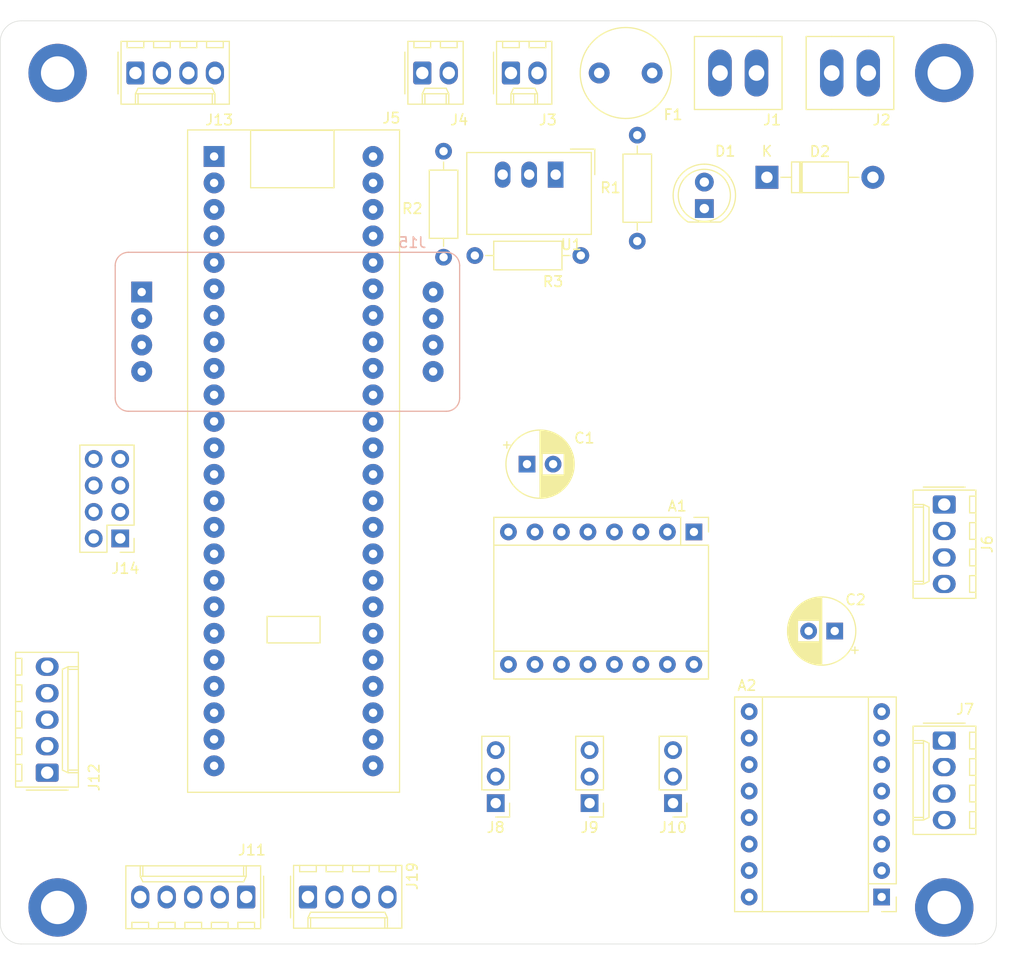
<source format=kicad_pcb>
(kicad_pcb (version 20171130) (host pcbnew "(5.1.10)-1")

  (general
    (thickness 1.6)
    (drawings 10)
    (tracks 0)
    (zones 0)
    (modules 31)
    (nets 45)
  )

  (page A4)
  (layers
    (0 F.Cu signal)
    (31 B.Cu signal)
    (32 B.Adhes user)
    (33 F.Adhes user)
    (34 B.Paste user)
    (35 F.Paste user)
    (36 B.SilkS user)
    (37 F.SilkS user)
    (38 B.Mask user)
    (39 F.Mask user)
    (40 Dwgs.User user)
    (41 Cmts.User user)
    (42 Eco1.User user)
    (43 Eco2.User user)
    (44 Edge.Cuts user)
    (45 Margin user)
    (46 B.CrtYd user)
    (47 F.CrtYd user)
    (48 B.Fab user)
    (49 F.Fab user)
  )

  (setup
    (last_trace_width 0.4)
    (user_trace_width 0.5)
    (user_trace_width 1)
    (trace_clearance 0.3)
    (zone_clearance 0.508)
    (zone_45_only no)
    (trace_min 0.4)
    (via_size 0.8)
    (via_drill 0.4)
    (via_min_size 0.6)
    (via_min_drill 0.3)
    (uvia_size 0.3)
    (uvia_drill 0.1)
    (uvias_allowed no)
    (uvia_min_size 0.2)
    (uvia_min_drill 0.1)
    (edge_width 0.05)
    (segment_width 0.2)
    (pcb_text_width 0.3)
    (pcb_text_size 1.5 1.5)
    (mod_edge_width 0.12)
    (mod_text_size 1 1)
    (mod_text_width 0.15)
    (pad_size 1.524 1.524)
    (pad_drill 0.762)
    (pad_to_mask_clearance 0)
    (aux_axis_origin 0 0)
    (visible_elements 7FFFFFFF)
    (pcbplotparams
      (layerselection 0x010fc_ffffffff)
      (usegerberextensions false)
      (usegerberattributes true)
      (usegerberadvancedattributes true)
      (creategerberjobfile true)
      (excludeedgelayer true)
      (linewidth 0.100000)
      (plotframeref false)
      (viasonmask false)
      (mode 1)
      (useauxorigin false)
      (hpglpennumber 1)
      (hpglpenspeed 20)
      (hpglpendiameter 15.000000)
      (psnegative false)
      (psa4output false)
      (plotreference true)
      (plotvalue true)
      (plotinvisibletext false)
      (padsonsilk false)
      (subtractmaskfromsilk false)
      (outputformat 1)
      (mirror false)
      (drillshape 1)
      (scaleselection 1)
      (outputdirectory ""))
  )

  (net 0 "")
  (net 1 "Net-(J1-Pad2)")
  (net 2 GND)
  (net 3 +5V)
  (net 4 /Von)
  (net 5 /M2)
  (net 6 /M1)
  (net 7 /M0)
  (net 8 "Net-(D2-Pad1)")
  (net 9 /STEP_D)
  (net 10 /STEP_G)
  (net 11 +3V3)
  (net 12 /Varu)
  (net 13 /DIR_D)
  (net 14 /DIR_G)
  (net 15 /EN)
  (net 16 "Net-(D1-Pad2)")
  (net 17 "Net-(A1-Pad3)")
  (net 18 "Net-(A1-Pad5)")
  (net 19 "Net-(A1-Pad6)")
  (net 20 "Net-(A2-Pad3)")
  (net 21 "Net-(A2-Pad5)")
  (net 22 "Net-(A2-Pad6)")
  (net 23 /A1D)
  (net 24 /A1G)
  (net 25 /CE)
  (net 26 /IRQ)
  (net 27 /CODD_B)
  (net 28 /CODD_A)
  (net 29 "Net-(F1-Pad1)")
  (net 30 /Vbat)
  (net 31 /RX4)
  (net 32 /SCK0)
  (net 33 /MISO0)
  (net 34 /MOSI0)
  (net 35 /CS0)
  (net 36 /TX1)
  (net 37 /RX1)
  (net 38 /TX4)
  (net 39 /TX3)
  (net 40 /SDA0)
  (net 41 /RX3)
  (net 42 /SCL0)
  (net 43 /PWM2)
  (net 44 /PWM1)

  (net_class Default "This is the default net class."
    (clearance 0.3)
    (trace_width 0.4)
    (via_dia 0.8)
    (via_drill 0.4)
    (uvia_dia 0.3)
    (uvia_drill 0.1)
    (diff_pair_width 0.4)
    (diff_pair_gap 0.3)
    (add_net +3V3)
    (add_net +5V)
    (add_net /A1D)
    (add_net /A1G)
    (add_net /CE)
    (add_net /CODD_A)
    (add_net /CODD_B)
    (add_net /CODG_A)
    (add_net /CODG_B)
    (add_net /CS0)
    (add_net /DIR_D)
    (add_net /DIR_G)
    (add_net /EN)
    (add_net /IRQ)
    (add_net /M0)
    (add_net /M1)
    (add_net /M2)
    (add_net /MISO0)
    (add_net /MOSI0)
    (add_net /MS1)
    (add_net /MS2)
    (add_net /MS3)
    (add_net /MS4)
    (add_net /PWM1)
    (add_net /PWM2)
    (add_net /RX1)
    (add_net /RX3)
    (add_net /RX4)
    (add_net /SCK0)
    (add_net /SCL0)
    (add_net /SCL2)
    (add_net /SDA0)
    (add_net /SDA2)
    (add_net /STEP_D)
    (add_net /STEP_G)
    (add_net /TX1)
    (add_net /TX3)
    (add_net /TX4)
    (add_net /Varu)
    (add_net /Vbat)
    (add_net /Von)
    (add_net GND)
    (add_net "Net-(A1-Pad2)")
    (add_net "Net-(A1-Pad3)")
    (add_net "Net-(A1-Pad5)")
    (add_net "Net-(A1-Pad6)")
    (add_net "Net-(A2-Pad2)")
    (add_net "Net-(A2-Pad3)")
    (add_net "Net-(A2-Pad5)")
    (add_net "Net-(A2-Pad6)")
    (add_net "Net-(D1-Pad2)")
    (add_net "Net-(D2-Pad1)")
    (add_net "Net-(F1-Pad1)")
    (add_net "Net-(J1-Pad2)")
    (add_net "Net-(J11-Pad3)")
    (add_net "Net-(J11-Pad4)")
    (add_net "Net-(J5-Pad16)")
    (add_net "Net-(J5-Pad25)")
    (add_net "Net-(J5-Pad26)")
    (add_net "Net-(J5-Pad32)")
    (add_net "Net-(J5-Pad33)")
    (add_net "Net-(J5-Pad39)")
    (add_net "Net-(J5-Pad4)")
    (add_net "Net-(J5-Pad44)")
    (add_net "Net-(J5-Pad46)")
    (add_net "Net-(J5-Pad47)")
    (add_net "Net-(J5-Pad7)")
    (add_net "Net-(J5-Pad8)")
  )

  (module Mes_empreintes:Adaptateur-Servo-Dynamixel (layer B.Cu) (tedit 61069CC6) (tstamp 6106BE86)
    (at 68.06 76 270)
    (path /6107AD87)
    (fp_text reference J15 (at -4.74 -25.94) (layer B.SilkS)
      (effects (font (size 1 1) (thickness 0.15)) (justify mirror))
    )
    (fp_text value Shield-Actionneurs (at 3.81 6.35 270) (layer B.Fab)
      (effects (font (size 1 1) (thickness 0.15)) (justify mirror))
    )
    (fp_arc (start -2.54 -29.21) (end -3.81 -29.21) (angle 90) (layer B.SilkS) (width 0.12))
    (fp_arc (start 10.16 -29.21) (end 10.16 -30.48) (angle 90) (layer B.SilkS) (width 0.12))
    (fp_arc (start 10.16 1.27) (end 11.43 1.27) (angle 90) (layer B.SilkS) (width 0.12))
    (fp_arc (start -2.54 1.27) (end -2.54 2.54) (angle 90) (layer B.SilkS) (width 0.12))
    (fp_line (start -3.81 1.27) (end -3.81 -29.21) (layer B.SilkS) (width 0.12))
    (fp_line (start -2.54 -30.48) (end 10.16 -30.48) (layer B.SilkS) (width 0.12))
    (fp_line (start 11.43 -29.21) (end 11.43 1.27) (layer B.SilkS) (width 0.12))
    (fp_line (start 10.16 2.54) (end -2.54 2.54) (layer B.SilkS) (width 0.12))
    (pad 8 thru_hole circle (at 7.62 -27.94 270) (size 2 2) (drill 0.8) (layers *.Cu *.Mask)
      (net 40 /SDA0))
    (pad 7 thru_hole circle (at 5.08 -27.94 270) (size 2 2) (drill 0.8) (layers *.Cu *.Mask)
      (net 42 /SCL0))
    (pad 6 thru_hole circle (at 2.54 -27.94 270) (size 2 2) (drill 0.8) (layers *.Cu *.Mask)
      (net 43 /PWM2))
    (pad 5 thru_hole circle (at 0 -27.94 270) (size 2 2) (drill 0.8) (layers *.Cu *.Mask)
      (net 44 /PWM1))
    (pad 4 thru_hole circle (at 7.62 0 270) (size 2 2) (drill 0.8) (layers *.Cu *.Mask)
      (net 2 GND))
    (pad 3 thru_hole circle (at 5.08 0 270) (size 2 2) (drill 0.8) (layers *.Cu *.Mask)
      (net 39 /TX3))
    (pad 2 thru_hole circle (at 2.54 0 270) (size 2 2) (drill 0.8) (layers *.Cu *.Mask)
      (net 41 /RX3))
    (pad 1 thru_hole rect (at 0 0 270) (size 2 2) (drill 0.8) (layers *.Cu *.Mask)
      (net 12 /Varu))
  )

  (module Resistor_THT:R_Axial_DIN0207_L6.3mm_D2.5mm_P10.16mm_Horizontal (layer F.Cu) (tedit 5AE5139B) (tstamp 6106FE30)
    (at 100 72.5)
    (descr "Resistor, Axial_DIN0207 series, Axial, Horizontal, pin pitch=10.16mm, 0.25W = 1/4W, length*diameter=6.3*2.5mm^2, http://cdn-reichelt.de/documents/datenblatt/B400/1_4W%23YAG.pdf")
    (tags "Resistor Axial_DIN0207 series Axial Horizontal pin pitch 10.16mm 0.25W = 1/4W length 6.3mm diameter 2.5mm")
    (path /61031286)
    (fp_text reference R3 (at 7.5 2.5) (layer F.SilkS)
      (effects (font (size 1 1) (thickness 0.15)))
    )
    (fp_text value 100k (at 5.08 2.37) (layer F.Fab)
      (effects (font (size 1 1) (thickness 0.15)))
    )
    (fp_line (start 11.21 -1.5) (end -1.05 -1.5) (layer F.CrtYd) (width 0.05))
    (fp_line (start 11.21 1.5) (end 11.21 -1.5) (layer F.CrtYd) (width 0.05))
    (fp_line (start -1.05 1.5) (end 11.21 1.5) (layer F.CrtYd) (width 0.05))
    (fp_line (start -1.05 -1.5) (end -1.05 1.5) (layer F.CrtYd) (width 0.05))
    (fp_line (start 9.12 0) (end 8.35 0) (layer F.SilkS) (width 0.12))
    (fp_line (start 1.04 0) (end 1.81 0) (layer F.SilkS) (width 0.12))
    (fp_line (start 8.35 -1.37) (end 1.81 -1.37) (layer F.SilkS) (width 0.12))
    (fp_line (start 8.35 1.37) (end 8.35 -1.37) (layer F.SilkS) (width 0.12))
    (fp_line (start 1.81 1.37) (end 8.35 1.37) (layer F.SilkS) (width 0.12))
    (fp_line (start 1.81 -1.37) (end 1.81 1.37) (layer F.SilkS) (width 0.12))
    (fp_line (start 10.16 0) (end 8.23 0) (layer F.Fab) (width 0.1))
    (fp_line (start 0 0) (end 1.93 0) (layer F.Fab) (width 0.1))
    (fp_line (start 8.23 -1.25) (end 1.93 -1.25) (layer F.Fab) (width 0.1))
    (fp_line (start 8.23 1.25) (end 8.23 -1.25) (layer F.Fab) (width 0.1))
    (fp_line (start 1.93 1.25) (end 8.23 1.25) (layer F.Fab) (width 0.1))
    (fp_line (start 1.93 -1.25) (end 1.93 1.25) (layer F.Fab) (width 0.1))
    (fp_text user %R (at 5.08 0) (layer F.Fab)
      (effects (font (size 1 1) (thickness 0.15)))
    )
    (pad 2 thru_hole oval (at 10.16 0) (size 1.6 1.6) (drill 0.8) (layers *.Cu *.Mask)
      (net 2 GND))
    (pad 1 thru_hole circle (at 0 0) (size 1.6 1.6) (drill 0.8) (layers *.Cu *.Mask)
      (net 30 /Vbat))
    (model ${KISYS3DMOD}/Resistor_THT.3dshapes/R_Axial_DIN0207_L6.3mm_D2.5mm_P10.16mm_Horizontal.wrl
      (at (xyz 0 0 0))
      (scale (xyz 1 1 1))
      (rotate (xyz 0 0 0))
    )
  )

  (module Resistor_THT:R_Axial_DIN0207_L6.3mm_D2.5mm_P10.16mm_Horizontal (layer F.Cu) (tedit 5AE5139B) (tstamp 6106FE19)
    (at 97 62.5 270)
    (descr "Resistor, Axial_DIN0207 series, Axial, Horizontal, pin pitch=10.16mm, 0.25W = 1/4W, length*diameter=6.3*2.5mm^2, http://cdn-reichelt.de/documents/datenblatt/B400/1_4W%23YAG.pdf")
    (tags "Resistor Axial_DIN0207 series Axial Horizontal pin pitch 10.16mm 0.25W = 1/4W length 6.3mm diameter 2.5mm")
    (path /61030110)
    (fp_text reference R2 (at 5.5 3 180) (layer F.SilkS)
      (effects (font (size 1 1) (thickness 0.15)))
    )
    (fp_text value 390k (at 5.08 2.37 90) (layer F.Fab)
      (effects (font (size 1 1) (thickness 0.15)))
    )
    (fp_line (start 11.21 -1.5) (end -1.05 -1.5) (layer F.CrtYd) (width 0.05))
    (fp_line (start 11.21 1.5) (end 11.21 -1.5) (layer F.CrtYd) (width 0.05))
    (fp_line (start -1.05 1.5) (end 11.21 1.5) (layer F.CrtYd) (width 0.05))
    (fp_line (start -1.05 -1.5) (end -1.05 1.5) (layer F.CrtYd) (width 0.05))
    (fp_line (start 9.12 0) (end 8.35 0) (layer F.SilkS) (width 0.12))
    (fp_line (start 1.04 0) (end 1.81 0) (layer F.SilkS) (width 0.12))
    (fp_line (start 8.35 -1.37) (end 1.81 -1.37) (layer F.SilkS) (width 0.12))
    (fp_line (start 8.35 1.37) (end 8.35 -1.37) (layer F.SilkS) (width 0.12))
    (fp_line (start 1.81 1.37) (end 8.35 1.37) (layer F.SilkS) (width 0.12))
    (fp_line (start 1.81 -1.37) (end 1.81 1.37) (layer F.SilkS) (width 0.12))
    (fp_line (start 10.16 0) (end 8.23 0) (layer F.Fab) (width 0.1))
    (fp_line (start 0 0) (end 1.93 0) (layer F.Fab) (width 0.1))
    (fp_line (start 8.23 -1.25) (end 1.93 -1.25) (layer F.Fab) (width 0.1))
    (fp_line (start 8.23 1.25) (end 8.23 -1.25) (layer F.Fab) (width 0.1))
    (fp_line (start 1.93 1.25) (end 8.23 1.25) (layer F.Fab) (width 0.1))
    (fp_line (start 1.93 -1.25) (end 1.93 1.25) (layer F.Fab) (width 0.1))
    (fp_text user %R (at 5.08 0 90) (layer F.Fab)
      (effects (font (size 1 1) (thickness 0.15)))
    )
    (pad 2 thru_hole oval (at 10.16 0 270) (size 1.6 1.6) (drill 0.8) (layers *.Cu *.Mask)
      (net 30 /Vbat))
    (pad 1 thru_hole circle (at 0 0 270) (size 1.6 1.6) (drill 0.8) (layers *.Cu *.Mask)
      (net 4 /Von))
    (model ${KISYS3DMOD}/Resistor_THT.3dshapes/R_Axial_DIN0207_L6.3mm_D2.5mm_P10.16mm_Horizontal.wrl
      (at (xyz 0 0 0))
      (scale (xyz 1 1 1))
      (rotate (xyz 0 0 0))
    )
  )

  (module Mes_empreintes:Teensy-3.6 (layer F.Cu) (tedit 60FD6D6B) (tstamp 60FDF207)
    (at 75 63)
    (tags Teensy)
    (path /60FEF04F)
    (fp_text reference J5 (at 17 -3.675) (layer F.SilkS)
      (effects (font (size 1 1) (thickness 0.15)))
    )
    (fp_text value Teensy-3.6 (at 8 59) (layer F.Fab)
      (effects (font (size 1 1) (thickness 0.15)))
    )
    (fp_line (start 10.16 46.64) (end 5.08 46.64) (layer F.SilkS) (width 0.12))
    (fp_line (start 5.08 46.64) (end 5.08 44.1) (layer F.SilkS) (width 0.12))
    (fp_line (start 5.08 44.1) (end 10.16 44.1) (layer F.SilkS) (width 0.12))
    (fp_line (start 10.16 44.1) (end 10.16 46.64) (layer F.SilkS) (width 0.12))
    (fp_line (start 3.5 3) (end 3.5 -2.5) (layer F.SilkS) (width 0.12))
    (fp_line (start 3.5 -2.5) (end 11.5 -2.5) (layer F.SilkS) (width 0.12))
    (fp_line (start 11.5 -2.5) (end 11.5 3) (layer F.SilkS) (width 0.12))
    (fp_line (start 3.5 3) (end 11.5 3) (layer F.SilkS) (width 0.12))
    (fp_line (start -2.54 60.96) (end -2.54 -2.54) (layer F.SilkS) (width 0.12))
    (fp_line (start 17.78 60.96) (end -2.54 60.96) (layer F.SilkS) (width 0.12))
    (fp_line (start 17.78 -2.54) (end 17.78 60.96) (layer F.SilkS) (width 0.12))
    (fp_line (start -2.54 -2.54) (end 17.78 -2.54) (layer F.SilkS) (width 0.12))
    (fp_line (start 17.78 -2.54) (end 17.78 60.96) (layer F.CrtYd) (width 0.12))
    (fp_line (start -2.54 -2.54) (end 17.78 -2.54) (layer F.CrtYd) (width 0.12))
    (fp_line (start -2.54 60.96) (end -2.54 -2.54) (layer F.CrtYd) (width 0.12))
    (fp_line (start 17.78 60.96) (end -2.54 60.96) (layer F.CrtYd) (width 0.12))
    (fp_line (start -2.54 60.96) (end -2.54 -2.54) (layer F.Fab) (width 0.12))
    (fp_line (start 17.78 60.96) (end -2.54 60.96) (layer F.Fab) (width 0.12))
    (fp_line (start 17.78 -2.54) (end 17.78 60.96) (layer F.Fab) (width 0.12))
    (fp_line (start -2.54 -2.54) (end 17.78 -2.54) (layer F.Fab) (width 0.12))
    (fp_text user %R (at 7.62 6.985) (layer F.Fab)
      (effects (font (size 1.27 1.27) (thickness 0.15)))
    )
    (pad 26 thru_hole circle (at 15.24 55.88) (size 2 2) (drill 0.8) (layers *.Cu *.Mask))
    (pad 23 thru_hole circle (at 0 55.88) (size 2 2) (drill 0.8) (layers *.Cu *.Mask)
      (net 31 /RX4))
    (pad 27 thru_hole circle (at 15.24 53.34) (size 2 2) (drill 0.8) (layers *.Cu *.Mask)
      (net 14 /DIR_G))
    (pad 22 thru_hole circle (at 0 53.34) (size 2 2) (drill 0.8) (layers *.Cu *.Mask)
      (net 25 /CE))
    (pad 28 thru_hole circle (at 15.24 50.8) (size 2 2) (drill 0.8) (layers *.Cu *.Mask)
      (net 10 /STEP_G))
    (pad 21 thru_hole circle (at 0 50.8) (size 2 2) (drill 0.8) (layers *.Cu *.Mask)
      (net 28 /CODD_A))
    (pad 29 thru_hole circle (at 15.24 48.26) (size 2 2) (drill 0.8) (layers *.Cu *.Mask)
      (net 15 /EN))
    (pad 20 thru_hole circle (at 0 48.26) (size 2 2) (drill 0.8) (layers *.Cu *.Mask)
      (net 27 /CODD_B))
    (pad 30 thru_hole circle (at 15.24 45.72) (size 2 2) (drill 0.8) (layers *.Cu *.Mask)
      (net 9 /STEP_D))
    (pad 19 thru_hole circle (at 0 45.72) (size 2 2) (drill 0.8) (layers *.Cu *.Mask)
      (net 32 /SCK0))
    (pad 31 thru_hole circle (at 15.24 43.18) (size 2 2) (drill 0.8) (layers *.Cu *.Mask)
      (net 13 /DIR_D))
    (pad 18 thru_hole circle (at 0 43.18) (size 2 2) (drill 0.8) (layers *.Cu *.Mask))
    (pad 32 thru_hole circle (at 15.24 40.64) (size 2 2) (drill 0.8) (layers *.Cu *.Mask))
    (pad 17 thru_hole circle (at 0 40.64) (size 2 2) (drill 0.8) (layers *.Cu *.Mask))
    (pad 33 thru_hole circle (at 15.24 38.1) (size 2 2) (drill 0.8) (layers *.Cu *.Mask))
    (pad 16 thru_hole circle (at 0 38.1) (size 2 2) (drill 0.8) (layers *.Cu *.Mask))
    (pad 34 thru_hole circle (at 15.24 35.56) (size 2 2) (drill 0.8) (layers *.Cu *.Mask)
      (net 2 GND))
    (pad 15 thru_hole circle (at 0 35.56) (size 2 2) (drill 0.8) (layers *.Cu *.Mask)
      (net 11 +3V3))
    (pad 35 thru_hole circle (at 15.24 33.02) (size 2 2) (drill 0.8) (layers *.Cu *.Mask))
    (pad 14 thru_hole circle (at 0 33.02) (size 2 2) (drill 0.8) (layers *.Cu *.Mask)
      (net 33 /MISO0))
    (pad 36 thru_hole circle (at 15.24 30.48) (size 2 2) (drill 0.8) (layers *.Cu *.Mask))
    (pad 13 thru_hole circle (at 0 30.48) (size 2 2) (drill 0.8) (layers *.Cu *.Mask)
      (net 34 /MOSI0))
    (pad 37 thru_hole circle (at 15.24 27.94) (size 2 2) (drill 0.8) (layers *.Cu *.Mask))
    (pad 12 thru_hole circle (at 0 27.94) (size 2 2) (drill 0.8) (layers *.Cu *.Mask)
      (net 35 /CS0))
    (pad 38 thru_hole circle (at 15.24 25.4) (size 2 2) (drill 0.8) (layers *.Cu *.Mask))
    (pad 11 thru_hole circle (at 0 25.4) (size 2 2) (drill 0.8) (layers *.Cu *.Mask)
      (net 26 /IRQ))
    (pad 39 thru_hole circle (at 15.24 22.86) (size 2 2) (drill 0.8) (layers *.Cu *.Mask))
    (pad 10 thru_hole circle (at 0 22.86) (size 2 2) (drill 0.8) (layers *.Cu *.Mask)
      (net 39 /TX3))
    (pad 40 thru_hole circle (at 15.24 20.32) (size 2 2) (drill 0.8) (layers *.Cu *.Mask)
      (net 40 /SDA0))
    (pad 9 thru_hole circle (at 0 20.32) (size 2 2) (drill 0.8) (layers *.Cu *.Mask)
      (net 41 /RX3))
    (pad 41 thru_hole circle (at 15.24 17.78) (size 2 2) (drill 0.8) (layers *.Cu *.Mask)
      (net 42 /SCL0))
    (pad 8 thru_hole circle (at 0 17.78) (size 2 2) (drill 0.8) (layers *.Cu *.Mask))
    (pad 42 thru_hole circle (at 15.24 15.24) (size 2 2) (drill 0.8) (layers *.Cu *.Mask)
      (net 43 /PWM2))
    (pad 7 thru_hole circle (at 0 15.24) (size 2 2) (drill 0.8) (layers *.Cu *.Mask))
    (pad 43 thru_hole circle (at 15.24 12.7) (size 2 2) (drill 0.8) (layers *.Cu *.Mask)
      (net 44 /PWM1))
    (pad 6 thru_hole circle (at 0 12.7) (size 2 2) (drill 0.8) (layers *.Cu *.Mask))
    (pad 44 thru_hole circle (at 15.24 10.16) (size 2 2) (drill 0.8) (layers *.Cu *.Mask))
    (pad 5 thru_hole circle (at 0 10.16) (size 2 2) (drill 0.8) (layers *.Cu *.Mask))
    (pad 45 thru_hole circle (at 15.24 7.62) (size 2 2) (drill 0.8) (layers *.Cu *.Mask)
      (net 30 /Vbat))
    (pad 4 thru_hole circle (at 0 7.62) (size 2 2) (drill 0.8) (layers *.Cu *.Mask))
    (pad 46 thru_hole circle (at 15.24 5.08) (size 2 2) (drill 0.8) (layers *.Cu *.Mask))
    (pad 3 thru_hole circle (at 0 5.08) (size 2 2) (drill 0.8) (layers *.Cu *.Mask)
      (net 36 /TX1))
    (pad 47 thru_hole circle (at 15.24 2.54) (size 2 2) (drill 0.8) (layers *.Cu *.Mask))
    (pad 2 thru_hole circle (at 0 2.54) (size 2 2) (drill 0.8) (layers *.Cu *.Mask)
      (net 37 /RX1))
    (pad 48 thru_hole circle (at 15.24 0) (size 2 2) (drill 0.8) (layers *.Cu *.Mask)
      (net 3 +5V))
    (pad 1 thru_hole rect (at 0 0) (size 2 2) (drill 0.8) (layers *.Cu *.Mask)
      (net 2 GND))
    (pad 24 thru_hole circle (at 0 58.42) (size 2 2) (drill 0.8) (layers *.Cu *.Mask)
      (net 38 /TX4))
    (pad 25 thru_hole circle (at 15.24 58.42) (size 2 2) (drill 0.8) (layers *.Cu *.Mask))
  )

  (module Connector_Molex:Molex_KK-254_AE-6410-04A_1x04_P2.54mm_Vertical (layer F.Cu) (tedit 5EA53D3B) (tstamp 6106973E)
    (at 145 96.3676 270)
    (descr "Molex KK-254 Interconnect System, old/engineering part number: AE-6410-04A example for new part number: 22-27-2041, 4 Pins (http://www.molex.com/pdm_docs/sd/022272021_sd.pdf), generated with kicad-footprint-generator")
    (tags "connector Molex KK-254 vertical")
    (path /61096DF5)
    (fp_text reference J6 (at 3.81 -4.12 90) (layer F.SilkS)
      (effects (font (size 1 1) (thickness 0.15)))
    )
    (fp_text value Conn_DriverD (at 3.81 4.08 90) (layer F.Fab)
      (effects (font (size 1 1) (thickness 0.15)))
    )
    (fp_line (start -1.27 -2.92) (end -1.27 2.88) (layer F.Fab) (width 0.1))
    (fp_line (start -1.27 2.88) (end 8.89 2.88) (layer F.Fab) (width 0.1))
    (fp_line (start 8.89 2.88) (end 8.89 -2.92) (layer F.Fab) (width 0.1))
    (fp_line (start 8.89 -2.92) (end -1.27 -2.92) (layer F.Fab) (width 0.1))
    (fp_line (start -1.38 -3.03) (end -1.38 2.99) (layer F.SilkS) (width 0.12))
    (fp_line (start -1.38 2.99) (end 9 2.99) (layer F.SilkS) (width 0.12))
    (fp_line (start 9 2.99) (end 9 -3.03) (layer F.SilkS) (width 0.12))
    (fp_line (start 9 -3.03) (end -1.38 -3.03) (layer F.SilkS) (width 0.12))
    (fp_line (start -1.67 -2) (end -1.67 2) (layer F.SilkS) (width 0.12))
    (fp_line (start -1.27 -0.5) (end -0.562893 0) (layer F.Fab) (width 0.1))
    (fp_line (start -0.562893 0) (end -1.27 0.5) (layer F.Fab) (width 0.1))
    (fp_line (start 0 2.99) (end 0 1.99) (layer F.SilkS) (width 0.12))
    (fp_line (start 0 1.99) (end 7.62 1.99) (layer F.SilkS) (width 0.12))
    (fp_line (start 7.62 1.99) (end 7.62 2.99) (layer F.SilkS) (width 0.12))
    (fp_line (start 0 1.99) (end 0.25 1.46) (layer F.SilkS) (width 0.12))
    (fp_line (start 0.25 1.46) (end 7.37 1.46) (layer F.SilkS) (width 0.12))
    (fp_line (start 7.37 1.46) (end 7.62 1.99) (layer F.SilkS) (width 0.12))
    (fp_line (start 0.25 2.99) (end 0.25 1.99) (layer F.SilkS) (width 0.12))
    (fp_line (start 7.37 2.99) (end 7.37 1.99) (layer F.SilkS) (width 0.12))
    (fp_line (start -0.8 -3.03) (end -0.8 -2.43) (layer F.SilkS) (width 0.12))
    (fp_line (start -0.8 -2.43) (end 0.8 -2.43) (layer F.SilkS) (width 0.12))
    (fp_line (start 0.8 -2.43) (end 0.8 -3.03) (layer F.SilkS) (width 0.12))
    (fp_line (start 1.74 -3.03) (end 1.74 -2.43) (layer F.SilkS) (width 0.12))
    (fp_line (start 1.74 -2.43) (end 3.34 -2.43) (layer F.SilkS) (width 0.12))
    (fp_line (start 3.34 -2.43) (end 3.34 -3.03) (layer F.SilkS) (width 0.12))
    (fp_line (start 4.28 -3.03) (end 4.28 -2.43) (layer F.SilkS) (width 0.12))
    (fp_line (start 4.28 -2.43) (end 5.88 -2.43) (layer F.SilkS) (width 0.12))
    (fp_line (start 5.88 -2.43) (end 5.88 -3.03) (layer F.SilkS) (width 0.12))
    (fp_line (start 6.82 -3.03) (end 6.82 -2.43) (layer F.SilkS) (width 0.12))
    (fp_line (start 6.82 -2.43) (end 8.42 -2.43) (layer F.SilkS) (width 0.12))
    (fp_line (start 8.42 -2.43) (end 8.42 -3.03) (layer F.SilkS) (width 0.12))
    (fp_line (start -1.77 -3.42) (end -1.77 3.38) (layer F.CrtYd) (width 0.05))
    (fp_line (start -1.77 3.38) (end 9.39 3.38) (layer F.CrtYd) (width 0.05))
    (fp_line (start 9.39 3.38) (end 9.39 -3.42) (layer F.CrtYd) (width 0.05))
    (fp_line (start 9.39 -3.42) (end -1.77 -3.42) (layer F.CrtYd) (width 0.05))
    (fp_text user %R (at 3.81 -2.22 90) (layer F.Fab)
      (effects (font (size 1 1) (thickness 0.15)))
    )
    (pad 4 thru_hole oval (at 7.62 0 270) (size 1.74 2.19) (drill 1.19) (layers *.Cu *.Mask)
      (net 17 "Net-(A1-Pad3)"))
    (pad 3 thru_hole oval (at 5.08 0 270) (size 1.74 2.19) (drill 1.19) (layers *.Cu *.Mask)
      (net 23 /A1D))
    (pad 2 thru_hole oval (at 2.54 0 270) (size 1.74 2.19) (drill 1.19) (layers *.Cu *.Mask)
      (net 18 "Net-(A1-Pad5)"))
    (pad 1 thru_hole roundrect (at 0 0 270) (size 1.74 2.19) (drill 1.19) (layers *.Cu *.Mask) (roundrect_rratio 0.143678)
      (net 19 "Net-(A1-Pad6)"))
    (model ${KISYS3DMOD}/Connector_Molex.3dshapes/Molex_KK-254_AE-6410-04A_1x04_P2.54mm_Vertical.wrl
      (at (xyz 0 0 0))
      (scale (xyz 1 1 1))
      (rotate (xyz 0 0 0))
    )
  )

  (module Connector_Molex:Molex_KK-254_AE-6410-04A_1x04_P2.54mm_Vertical (layer F.Cu) (tedit 5EA53D3B) (tstamp 61048E00)
    (at 145 119 270)
    (descr "Molex KK-254 Interconnect System, old/engineering part number: AE-6410-04A example for new part number: 22-27-2041, 4 Pins (http://www.molex.com/pdm_docs/sd/022272021_sd.pdf), generated with kicad-footprint-generator")
    (tags "connector Molex KK-254 vertical")
    (path /61097CC3)
    (fp_text reference J7 (at -3 -2 180) (layer F.SilkS)
      (effects (font (size 1 1) (thickness 0.15)))
    )
    (fp_text value Conn_DriverG (at 10 0 180) (layer F.Fab)
      (effects (font (size 1 1) (thickness 0.15)))
    )
    (fp_line (start -1.27 -2.92) (end -1.27 2.88) (layer F.Fab) (width 0.1))
    (fp_line (start -1.27 2.88) (end 8.89 2.88) (layer F.Fab) (width 0.1))
    (fp_line (start 8.89 2.88) (end 8.89 -2.92) (layer F.Fab) (width 0.1))
    (fp_line (start 8.89 -2.92) (end -1.27 -2.92) (layer F.Fab) (width 0.1))
    (fp_line (start -1.38 -3.03) (end -1.38 2.99) (layer F.SilkS) (width 0.12))
    (fp_line (start -1.38 2.99) (end 9 2.99) (layer F.SilkS) (width 0.12))
    (fp_line (start 9 2.99) (end 9 -3.03) (layer F.SilkS) (width 0.12))
    (fp_line (start 9 -3.03) (end -1.38 -3.03) (layer F.SilkS) (width 0.12))
    (fp_line (start -1.67 -2) (end -1.67 2) (layer F.SilkS) (width 0.12))
    (fp_line (start -1.27 -0.5) (end -0.562893 0) (layer F.Fab) (width 0.1))
    (fp_line (start -0.562893 0) (end -1.27 0.5) (layer F.Fab) (width 0.1))
    (fp_line (start 0 2.99) (end 0 1.99) (layer F.SilkS) (width 0.12))
    (fp_line (start 0 1.99) (end 7.62 1.99) (layer F.SilkS) (width 0.12))
    (fp_line (start 7.62 1.99) (end 7.62 2.99) (layer F.SilkS) (width 0.12))
    (fp_line (start 0 1.99) (end 0.25 1.46) (layer F.SilkS) (width 0.12))
    (fp_line (start 0.25 1.46) (end 7.37 1.46) (layer F.SilkS) (width 0.12))
    (fp_line (start 7.37 1.46) (end 7.62 1.99) (layer F.SilkS) (width 0.12))
    (fp_line (start 0.25 2.99) (end 0.25 1.99) (layer F.SilkS) (width 0.12))
    (fp_line (start 7.37 2.99) (end 7.37 1.99) (layer F.SilkS) (width 0.12))
    (fp_line (start -0.8 -3.03) (end -0.8 -2.43) (layer F.SilkS) (width 0.12))
    (fp_line (start -0.8 -2.43) (end 0.8 -2.43) (layer F.SilkS) (width 0.12))
    (fp_line (start 0.8 -2.43) (end 0.8 -3.03) (layer F.SilkS) (width 0.12))
    (fp_line (start 1.74 -3.03) (end 1.74 -2.43) (layer F.SilkS) (width 0.12))
    (fp_line (start 1.74 -2.43) (end 3.34 -2.43) (layer F.SilkS) (width 0.12))
    (fp_line (start 3.34 -2.43) (end 3.34 -3.03) (layer F.SilkS) (width 0.12))
    (fp_line (start 4.28 -3.03) (end 4.28 -2.43) (layer F.SilkS) (width 0.12))
    (fp_line (start 4.28 -2.43) (end 5.88 -2.43) (layer F.SilkS) (width 0.12))
    (fp_line (start 5.88 -2.43) (end 5.88 -3.03) (layer F.SilkS) (width 0.12))
    (fp_line (start 6.82 -3.03) (end 6.82 -2.43) (layer F.SilkS) (width 0.12))
    (fp_line (start 6.82 -2.43) (end 8.42 -2.43) (layer F.SilkS) (width 0.12))
    (fp_line (start 8.42 -2.43) (end 8.42 -3.03) (layer F.SilkS) (width 0.12))
    (fp_line (start -1.77 -3.42) (end -1.77 3.38) (layer F.CrtYd) (width 0.05))
    (fp_line (start -1.77 3.38) (end 9.39 3.38) (layer F.CrtYd) (width 0.05))
    (fp_line (start 9.39 3.38) (end 9.39 -3.42) (layer F.CrtYd) (width 0.05))
    (fp_line (start 9.39 -3.42) (end -1.77 -3.42) (layer F.CrtYd) (width 0.05))
    (fp_text user %R (at 3.81 -2.22 90) (layer F.Fab)
      (effects (font (size 1 1) (thickness 0.15)))
    )
    (pad 4 thru_hole oval (at 7.62 0 270) (size 1.74 2.19) (drill 1.19) (layers *.Cu *.Mask)
      (net 20 "Net-(A2-Pad3)"))
    (pad 3 thru_hole oval (at 5.08 0 270) (size 1.74 2.19) (drill 1.19) (layers *.Cu *.Mask)
      (net 24 /A1G))
    (pad 2 thru_hole oval (at 2.54 0 270) (size 1.74 2.19) (drill 1.19) (layers *.Cu *.Mask)
      (net 21 "Net-(A2-Pad5)"))
    (pad 1 thru_hole roundrect (at 0 0 270) (size 1.74 2.19) (drill 1.19) (layers *.Cu *.Mask) (roundrect_rratio 0.143678)
      (net 22 "Net-(A2-Pad6)"))
    (model ${KISYS3DMOD}/Connector_Molex.3dshapes/Molex_KK-254_AE-6410-04A_1x04_P2.54mm_Vertical.wrl
      (at (xyz 0 0 0))
      (scale (xyz 1 1 1))
      (rotate (xyz 0 0 0))
    )
  )

  (module Connector_PinHeader_2.54mm:PinHeader_1x03_P2.54mm_Vertical (layer F.Cu) (tedit 59FED5CC) (tstamp 6100A006)
    (at 111 125 180)
    (descr "Through hole straight pin header, 1x03, 2.54mm pitch, single row")
    (tags "Through hole pin header THT 1x03 2.54mm single row")
    (path /61022DBE)
    (fp_text reference J9 (at 0 -2.33) (layer F.SilkS)
      (effects (font (size 1 1) (thickness 0.15)))
    )
    (fp_text value Conn_01x03 (at 0 7.41) (layer F.Fab)
      (effects (font (size 1 1) (thickness 0.15)))
    )
    (fp_line (start 1.8 -1.8) (end -1.8 -1.8) (layer F.CrtYd) (width 0.05))
    (fp_line (start 1.8 6.85) (end 1.8 -1.8) (layer F.CrtYd) (width 0.05))
    (fp_line (start -1.8 6.85) (end 1.8 6.85) (layer F.CrtYd) (width 0.05))
    (fp_line (start -1.8 -1.8) (end -1.8 6.85) (layer F.CrtYd) (width 0.05))
    (fp_line (start -1.33 -1.33) (end 0 -1.33) (layer F.SilkS) (width 0.12))
    (fp_line (start -1.33 0) (end -1.33 -1.33) (layer F.SilkS) (width 0.12))
    (fp_line (start -1.33 1.27) (end 1.33 1.27) (layer F.SilkS) (width 0.12))
    (fp_line (start 1.33 1.27) (end 1.33 6.41) (layer F.SilkS) (width 0.12))
    (fp_line (start -1.33 1.27) (end -1.33 6.41) (layer F.SilkS) (width 0.12))
    (fp_line (start -1.33 6.41) (end 1.33 6.41) (layer F.SilkS) (width 0.12))
    (fp_line (start -1.27 -0.635) (end -0.635 -1.27) (layer F.Fab) (width 0.1))
    (fp_line (start -1.27 6.35) (end -1.27 -0.635) (layer F.Fab) (width 0.1))
    (fp_line (start 1.27 6.35) (end -1.27 6.35) (layer F.Fab) (width 0.1))
    (fp_line (start 1.27 -1.27) (end 1.27 6.35) (layer F.Fab) (width 0.1))
    (fp_line (start -0.635 -1.27) (end 1.27 -1.27) (layer F.Fab) (width 0.1))
    (fp_text user %R (at 0 2.54 90) (layer F.Fab)
      (effects (font (size 1 1) (thickness 0.15)))
    )
    (pad 3 thru_hole oval (at 0 5.08 180) (size 1.7 1.7) (drill 1) (layers *.Cu *.Mask)
      (net 2 GND))
    (pad 2 thru_hole oval (at 0 2.54 180) (size 1.7 1.7) (drill 1) (layers *.Cu *.Mask)
      (net 6 /M1))
    (pad 1 thru_hole rect (at 0 0 180) (size 1.7 1.7) (drill 1) (layers *.Cu *.Mask)
      (net 11 +3V3))
    (model ${KISYS3DMOD}/Connector_PinHeader_2.54mm.3dshapes/PinHeader_1x03_P2.54mm_Vertical.wrl
      (at (xyz 0 0 0))
      (scale (xyz 1 1 1))
      (rotate (xyz 0 0 0))
    )
  )

  (module MountingHole:MountingHole_3.2mm_M3_DIN965_Pad (layer F.Cu) (tedit 56D1B4CB) (tstamp 61058B29)
    (at 145 135)
    (descr "Mounting Hole 3.2mm, M3, DIN965")
    (tags "mounting hole 3.2mm m3 din965")
    (path /610D675F)
    (attr virtual)
    (fp_text reference H2 (at 0 -3.8) (layer F.SilkS) hide
      (effects (font (size 1 1) (thickness 0.15)))
    )
    (fp_text value MountingHole (at 0 3.8) (layer F.Fab)
      (effects (font (size 1 1) (thickness 0.15)))
    )
    (fp_circle (center 0 0) (end 3.05 0) (layer F.CrtYd) (width 0.05))
    (fp_circle (center 0 0) (end 2.8 0) (layer Cmts.User) (width 0.15))
    (fp_text user %R (at 0.3 0) (layer F.Fab)
      (effects (font (size 1 1) (thickness 0.15)))
    )
    (pad 1 thru_hole circle (at 0 0) (size 5.6 5.6) (drill 3.2) (layers *.Cu *.Mask))
  )

  (module Connector_Molex:Molex_KK-254_AE-6410-04A_1x04_P2.54mm_Vertical (layer F.Cu) (tedit 5EA53D3B) (tstamp 6106AE14)
    (at 84 134)
    (descr "Molex KK-254 Interconnect System, old/engineering part number: AE-6410-04A example for new part number: 22-27-2041, 4 Pins (http://www.molex.com/pdm_docs/sd/022272021_sd.pdf), generated with kicad-footprint-generator")
    (tags "connector Molex KK-254 vertical")
    (path /6130E531)
    (fp_text reference J19 (at 10 -2 270) (layer F.SilkS)
      (effects (font (size 1 1) (thickness 0.15)))
    )
    (fp_text value Conn_IHM (at 3.81 4.08) (layer F.Fab)
      (effects (font (size 1 1) (thickness 0.15)))
    )
    (fp_line (start -1.27 -2.92) (end -1.27 2.88) (layer F.Fab) (width 0.1))
    (fp_line (start -1.27 2.88) (end 8.89 2.88) (layer F.Fab) (width 0.1))
    (fp_line (start 8.89 2.88) (end 8.89 -2.92) (layer F.Fab) (width 0.1))
    (fp_line (start 8.89 -2.92) (end -1.27 -2.92) (layer F.Fab) (width 0.1))
    (fp_line (start -1.38 -3.03) (end -1.38 2.99) (layer F.SilkS) (width 0.12))
    (fp_line (start -1.38 2.99) (end 9 2.99) (layer F.SilkS) (width 0.12))
    (fp_line (start 9 2.99) (end 9 -3.03) (layer F.SilkS) (width 0.12))
    (fp_line (start 9 -3.03) (end -1.38 -3.03) (layer F.SilkS) (width 0.12))
    (fp_line (start -1.67 -2) (end -1.67 2) (layer F.SilkS) (width 0.12))
    (fp_line (start -1.27 -0.5) (end -0.562893 0) (layer F.Fab) (width 0.1))
    (fp_line (start -0.562893 0) (end -1.27 0.5) (layer F.Fab) (width 0.1))
    (fp_line (start 0 2.99) (end 0 1.99) (layer F.SilkS) (width 0.12))
    (fp_line (start 0 1.99) (end 7.62 1.99) (layer F.SilkS) (width 0.12))
    (fp_line (start 7.62 1.99) (end 7.62 2.99) (layer F.SilkS) (width 0.12))
    (fp_line (start 0 1.99) (end 0.25 1.46) (layer F.SilkS) (width 0.12))
    (fp_line (start 0.25 1.46) (end 7.37 1.46) (layer F.SilkS) (width 0.12))
    (fp_line (start 7.37 1.46) (end 7.62 1.99) (layer F.SilkS) (width 0.12))
    (fp_line (start 0.25 2.99) (end 0.25 1.99) (layer F.SilkS) (width 0.12))
    (fp_line (start 7.37 2.99) (end 7.37 1.99) (layer F.SilkS) (width 0.12))
    (fp_line (start -0.8 -3.03) (end -0.8 -2.43) (layer F.SilkS) (width 0.12))
    (fp_line (start -0.8 -2.43) (end 0.8 -2.43) (layer F.SilkS) (width 0.12))
    (fp_line (start 0.8 -2.43) (end 0.8 -3.03) (layer F.SilkS) (width 0.12))
    (fp_line (start 1.74 -3.03) (end 1.74 -2.43) (layer F.SilkS) (width 0.12))
    (fp_line (start 1.74 -2.43) (end 3.34 -2.43) (layer F.SilkS) (width 0.12))
    (fp_line (start 3.34 -2.43) (end 3.34 -3.03) (layer F.SilkS) (width 0.12))
    (fp_line (start 4.28 -3.03) (end 4.28 -2.43) (layer F.SilkS) (width 0.12))
    (fp_line (start 4.28 -2.43) (end 5.88 -2.43) (layer F.SilkS) (width 0.12))
    (fp_line (start 5.88 -2.43) (end 5.88 -3.03) (layer F.SilkS) (width 0.12))
    (fp_line (start 6.82 -3.03) (end 6.82 -2.43) (layer F.SilkS) (width 0.12))
    (fp_line (start 6.82 -2.43) (end 8.42 -2.43) (layer F.SilkS) (width 0.12))
    (fp_line (start 8.42 -2.43) (end 8.42 -3.03) (layer F.SilkS) (width 0.12))
    (fp_line (start -1.77 -3.42) (end -1.77 3.38) (layer F.CrtYd) (width 0.05))
    (fp_line (start -1.77 3.38) (end 9.39 3.38) (layer F.CrtYd) (width 0.05))
    (fp_line (start 9.39 3.38) (end 9.39 -3.42) (layer F.CrtYd) (width 0.05))
    (fp_line (start 9.39 -3.42) (end -1.77 -3.42) (layer F.CrtYd) (width 0.05))
    (fp_text user %R (at 3.81 -2.22) (layer F.Fab)
      (effects (font (size 1 1) (thickness 0.15)))
    )
    (pad 4 thru_hole oval (at 7.62 0) (size 1.74 2.19) (drill 1.19) (layers *.Cu *.Mask)
      (net 4 /Von))
    (pad 3 thru_hole oval (at 5.08 0) (size 1.74 2.19) (drill 1.19) (layers *.Cu *.Mask)
      (net 31 /RX4))
    (pad 2 thru_hole oval (at 2.54 0) (size 1.74 2.19) (drill 1.19) (layers *.Cu *.Mask)
      (net 38 /TX4))
    (pad 1 thru_hole roundrect (at 0 0) (size 1.74 2.19) (drill 1.19) (layers *.Cu *.Mask) (roundrect_rratio 0.143678)
      (net 2 GND))
    (model ${KISYS3DMOD}/Connector_Molex.3dshapes/Molex_KK-254_AE-6410-04A_1x04_P2.54mm_Vertical.wrl
      (at (xyz 0 0 0))
      (scale (xyz 1 1 1))
      (rotate (xyz 0 0 0))
    )
  )

  (module LED_THT:LED_D5.0mm_Clear (layer F.Cu) (tedit 5A6C9BC0) (tstamp 61042B11)
    (at 122 68 90)
    (descr "LED, diameter 5.0mm, 2 pins, http://cdn-reichelt.de/documents/datenblatt/A500/LL-504BC2E-009.pdf")
    (tags "LED diameter 5.0mm 2 pins")
    (path /61015729)
    (fp_text reference D1 (at 5.5 2 180) (layer F.SilkS)
      (effects (font (size 1 1) (thickness 0.15)))
    )
    (fp_text value LED (at 1.27 3.96 90) (layer F.Fab)
      (effects (font (size 1 1) (thickness 0.15)))
    )
    (fp_circle (center 1.27 0) (end 3.77 0) (layer F.SilkS) (width 0.12))
    (fp_circle (center 1.27 0) (end 3.77 0) (layer F.Fab) (width 0.1))
    (fp_line (start 4.5 -3.25) (end -1.95 -3.25) (layer F.CrtYd) (width 0.05))
    (fp_line (start 4.5 3.25) (end 4.5 -3.25) (layer F.CrtYd) (width 0.05))
    (fp_line (start -1.95 3.25) (end 4.5 3.25) (layer F.CrtYd) (width 0.05))
    (fp_line (start -1.95 -3.25) (end -1.95 3.25) (layer F.CrtYd) (width 0.05))
    (fp_line (start -1.29 -1.545) (end -1.29 1.545) (layer F.SilkS) (width 0.12))
    (fp_line (start -1.23 -1.469694) (end -1.23 1.469694) (layer F.Fab) (width 0.1))
    (fp_arc (start 1.27 0) (end -1.29 1.54483) (angle -148.9) (layer F.SilkS) (width 0.12))
    (fp_arc (start 1.27 0) (end -1.29 -1.54483) (angle 148.9) (layer F.SilkS) (width 0.12))
    (fp_arc (start 1.27 0) (end -1.23 -1.469694) (angle 299.1) (layer F.Fab) (width 0.1))
    (fp_text user %R (at 1.25 0 90) (layer F.Fab)
      (effects (font (size 0.8 0.8) (thickness 0.2)))
    )
    (pad 2 thru_hole circle (at 2.54 0 90) (size 1.8 1.8) (drill 0.9) (layers *.Cu *.Mask)
      (net 16 "Net-(D1-Pad2)"))
    (pad 1 thru_hole rect (at 0 0 90) (size 1.8 1.8) (drill 0.9) (layers *.Cu *.Mask)
      (net 2 GND))
    (model ${KISYS3DMOD}/LED_THT.3dshapes/LED_D5.0mm_Clear.wrl
      (at (xyz 0 0 0))
      (scale (xyz 1 1 1))
      (rotate (xyz 0 0 0))
    )
  )

  (module Connector_Molex:Molex_KK-254_AE-6410-05A_1x05_P2.54mm_Vertical (layer F.Cu) (tedit 5EA53D3B) (tstamp 610601D5)
    (at 78.08 134 180)
    (descr "Molex KK-254 Interconnect System, old/engineering part number: AE-6410-05A example for new part number: 22-27-2051, 5 Pins (http://www.molex.com/pdm_docs/sd/022272021_sd.pdf), generated with kicad-footprint-generator")
    (tags "connector Molex KK-254 vertical")
    (path /6125359C)
    (fp_text reference J11 (at -0.544 4.5) (layer F.SilkS)
      (effects (font (size 1 1) (thickness 0.15)))
    )
    (fp_text value Conn_01x05 (at 5.08 4.08) (layer F.Fab)
      (effects (font (size 1 1) (thickness 0.15)))
    )
    (fp_line (start 11.93 -3.42) (end -1.77 -3.42) (layer F.CrtYd) (width 0.05))
    (fp_line (start 11.93 3.38) (end 11.93 -3.42) (layer F.CrtYd) (width 0.05))
    (fp_line (start -1.77 3.38) (end 11.93 3.38) (layer F.CrtYd) (width 0.05))
    (fp_line (start -1.77 -3.42) (end -1.77 3.38) (layer F.CrtYd) (width 0.05))
    (fp_line (start 10.96 -2.43) (end 10.96 -3.03) (layer F.SilkS) (width 0.12))
    (fp_line (start 9.36 -2.43) (end 10.96 -2.43) (layer F.SilkS) (width 0.12))
    (fp_line (start 9.36 -3.03) (end 9.36 -2.43) (layer F.SilkS) (width 0.12))
    (fp_line (start 8.42 -2.43) (end 8.42 -3.03) (layer F.SilkS) (width 0.12))
    (fp_line (start 6.82 -2.43) (end 8.42 -2.43) (layer F.SilkS) (width 0.12))
    (fp_line (start 6.82 -3.03) (end 6.82 -2.43) (layer F.SilkS) (width 0.12))
    (fp_line (start 5.88 -2.43) (end 5.88 -3.03) (layer F.SilkS) (width 0.12))
    (fp_line (start 4.28 -2.43) (end 5.88 -2.43) (layer F.SilkS) (width 0.12))
    (fp_line (start 4.28 -3.03) (end 4.28 -2.43) (layer F.SilkS) (width 0.12))
    (fp_line (start 3.34 -2.43) (end 3.34 -3.03) (layer F.SilkS) (width 0.12))
    (fp_line (start 1.74 -2.43) (end 3.34 -2.43) (layer F.SilkS) (width 0.12))
    (fp_line (start 1.74 -3.03) (end 1.74 -2.43) (layer F.SilkS) (width 0.12))
    (fp_line (start 0.8 -2.43) (end 0.8 -3.03) (layer F.SilkS) (width 0.12))
    (fp_line (start -0.8 -2.43) (end 0.8 -2.43) (layer F.SilkS) (width 0.12))
    (fp_line (start -0.8 -3.03) (end -0.8 -2.43) (layer F.SilkS) (width 0.12))
    (fp_line (start 9.91 2.99) (end 9.91 1.99) (layer F.SilkS) (width 0.12))
    (fp_line (start 0.25 2.99) (end 0.25 1.99) (layer F.SilkS) (width 0.12))
    (fp_line (start 9.91 1.46) (end 10.16 1.99) (layer F.SilkS) (width 0.12))
    (fp_line (start 0.25 1.46) (end 9.91 1.46) (layer F.SilkS) (width 0.12))
    (fp_line (start 0 1.99) (end 0.25 1.46) (layer F.SilkS) (width 0.12))
    (fp_line (start 10.16 1.99) (end 10.16 2.99) (layer F.SilkS) (width 0.12))
    (fp_line (start 0 1.99) (end 10.16 1.99) (layer F.SilkS) (width 0.12))
    (fp_line (start 0 2.99) (end 0 1.99) (layer F.SilkS) (width 0.12))
    (fp_line (start -0.562893 0) (end -1.27 0.5) (layer F.Fab) (width 0.1))
    (fp_line (start -1.27 -0.5) (end -0.562893 0) (layer F.Fab) (width 0.1))
    (fp_line (start -1.67 -2) (end -1.67 2) (layer F.SilkS) (width 0.12))
    (fp_line (start 11.54 -3.03) (end -1.38 -3.03) (layer F.SilkS) (width 0.12))
    (fp_line (start 11.54 2.99) (end 11.54 -3.03) (layer F.SilkS) (width 0.12))
    (fp_line (start -1.38 2.99) (end 11.54 2.99) (layer F.SilkS) (width 0.12))
    (fp_line (start -1.38 -3.03) (end -1.38 2.99) (layer F.SilkS) (width 0.12))
    (fp_line (start 11.43 -2.92) (end -1.27 -2.92) (layer F.Fab) (width 0.1))
    (fp_line (start 11.43 2.88) (end 11.43 -2.92) (layer F.Fab) (width 0.1))
    (fp_line (start -1.27 2.88) (end 11.43 2.88) (layer F.Fab) (width 0.1))
    (fp_line (start -1.27 -2.92) (end -1.27 2.88) (layer F.Fab) (width 0.1))
    (fp_text user %R (at 5.08 -2.22) (layer F.Fab)
      (effects (font (size 1 1) (thickness 0.15)))
    )
    (pad 5 thru_hole oval (at 10.16 0 180) (size 1.74 2.19) (drill 1.19) (layers *.Cu *.Mask)
      (net 2 GND))
    (pad 4 thru_hole oval (at 7.62 0 180) (size 1.74 2.19) (drill 1.19) (layers *.Cu *.Mask))
    (pad 3 thru_hole oval (at 5.08 0 180) (size 1.74 2.19) (drill 1.19) (layers *.Cu *.Mask))
    (pad 2 thru_hole oval (at 2.54 0 180) (size 1.74 2.19) (drill 1.19) (layers *.Cu *.Mask)
      (net 2 GND))
    (pad 1 thru_hole roundrect (at 0 0 180) (size 1.74 2.19) (drill 1.19) (layers *.Cu *.Mask) (roundrect_rratio 0.143678)
      (net 3 +5V))
    (model ${KISYS3DMOD}/Connector_Molex.3dshapes/Molex_KK-254_AE-6410-05A_1x05_P2.54mm_Vertical.wrl
      (at (xyz 0 0 0))
      (scale (xyz 1 1 1))
      (rotate (xyz 0 0 0))
    )
  )

  (module Mes_empreintes:SL_3.50-02-180G_Weidmuller (layer F.Cu) (tedit 60FEE9BE) (tstamp 61006AA5)
    (at 134.2136 55)
    (path /60FF1D8E)
    (fp_text reference J2 (at 4.7864 4.5) (layer F.SilkS)
      (effects (font (size 1 1) (thickness 0.15)))
    )
    (fp_text value Conn_Bat1 (at 1.468 4.572) (layer F.Fab)
      (effects (font (size 1 1) (thickness 0.15)))
    )
    (fp_line (start 3.5 -3.5) (end 5.95 -3.5) (layer F.SilkS) (width 0.12))
    (fp_line (start 5.95 -3.5) (end 5.95 3.5) (layer F.SilkS) (width 0.12))
    (fp_line (start 5.95 3.5) (end 3.5 3.5) (layer F.SilkS) (width 0.12))
    (fp_line (start 0 3.5) (end 3.5 3.5) (layer F.SilkS) (width 0.12))
    (fp_line (start 0 -3.5) (end 3.5 -3.5) (layer F.SilkS) (width 0.12))
    (fp_line (start -2.45 -3.5) (end 0 -3.5) (layer F.SilkS) (width 0.12))
    (fp_line (start -2.45 -3.5) (end -2.45 3.5) (layer F.SilkS) (width 0.12))
    (fp_line (start -2.45 3.5) (end 0 3.5) (layer F.SilkS) (width 0.12))
    (pad 2 thru_hole oval (at 3.5 0) (size 2.25 4.5) (drill 1.5) (layers *.Cu *.Mask)
      (net 2 GND))
    (pad 1 thru_hole oval (at 0 0) (size 2.25 4.5) (drill 1.5) (layers *.Cu *.Mask)
      (net 1 "Net-(J1-Pad2)"))
  )

  (module Converter_DCDC:Converter_DCDC_TRACO_TSR-1_THT (layer F.Cu) (tedit 59FE1FB7) (tstamp 6105CD2C)
    (at 107.7468 64.7446 180)
    (descr "DCDC-Converter, TRACO, TSR 1-xxxx")
    (tags "DCDC-Converter TRACO TSR-1")
    (path /611CF14D)
    (fp_text reference U1 (at -1.5 -6.71) (layer F.SilkS)
      (effects (font (size 1 1) (thickness 0.15)))
    )
    (fp_text value TSR_1-2450 (at 2.5 3.25) (layer F.Fab)
      (effects (font (size 1 1) (thickness 0.15)))
    )
    (fp_line (start -2.3 2) (end 8.4 2) (layer F.Fab) (width 0.1))
    (fp_line (start -3.42 2.12) (end -3.42 -5.73) (layer F.SilkS) (width 0.12))
    (fp_line (start -3.42 -5.73) (end 8.52 -5.73) (layer F.SilkS) (width 0.12))
    (fp_line (start 8.52 -5.73) (end 8.52 2.12) (layer F.SilkS) (width 0.12))
    (fp_line (start 8.52 2.12) (end -3.42 2.12) (layer F.SilkS) (width 0.12))
    (fp_line (start -3.55 -5.85) (end 8.65 -5.85) (layer F.CrtYd) (width 0.05))
    (fp_line (start 8.65 -5.85) (end 8.65 2.25) (layer F.CrtYd) (width 0.05))
    (fp_line (start 8.65 2.25) (end -3.55 2.25) (layer F.CrtYd) (width 0.05))
    (fp_line (start -3.55 2.25) (end -3.55 -5.85) (layer F.CrtYd) (width 0.05))
    (fp_line (start -3.3 -5.6) (end 8.4 -5.6) (layer F.Fab) (width 0.1))
    (fp_line (start 8.4 2) (end 8.4 -5.6) (layer F.Fab) (width 0.1))
    (fp_line (start -3.3 1) (end -3.3 -5.6) (layer F.Fab) (width 0.1))
    (fp_line (start -3.3 1) (end -2.3 2) (layer F.Fab) (width 0.1))
    (fp_line (start -3.75 0) (end -3.75 2.45) (layer F.SilkS) (width 0.12))
    (fp_line (start -3.75 2.45) (end -1.42 2.45) (layer F.SilkS) (width 0.12))
    (fp_text user %R (at 3 -3) (layer F.Fab)
      (effects (font (size 1 1) (thickness 0.15)))
    )
    (pad 3 thru_hole oval (at 5.08 0 180) (size 1.5 2.5) (drill 1) (layers *.Cu *.Mask)
      (net 3 +5V))
    (pad 2 thru_hole oval (at 2.54 0 180) (size 1.5 2.5) (drill 1) (layers *.Cu *.Mask)
      (net 2 GND))
    (pad 1 thru_hole rect (at 0 0 180) (size 1.5 2.5) (drill 1) (layers *.Cu *.Mask)
      (net 4 /Von))
    (model ${KISYS3DMOD}/Converter_DCDC.3dshapes/Converter_DCDC_TRACO_TSR-1_THT.wrl
      (at (xyz 0 0 0))
      (scale (xyz 1 1 1))
      (rotate (xyz 0 0 0))
    )
  )

  (module MountingHole:MountingHole_3.2mm_M3_DIN965_Pad (layer F.Cu) (tedit 56D1B4CB) (tstamp 61055A77)
    (at 60 135)
    (descr "Mounting Hole 3.2mm, M3, DIN965")
    (tags "mounting hole 3.2mm m3 din965")
    (path /610D68C0)
    (attr virtual)
    (fp_text reference H4 (at 0 -3.8) (layer F.SilkS) hide
      (effects (font (size 1 1) (thickness 0.15)))
    )
    (fp_text value MountingHole (at 0 3.8) (layer F.Fab)
      (effects (font (size 1 1) (thickness 0.15)))
    )
    (fp_circle (center 0 0) (end 3.05 0) (layer F.CrtYd) (width 0.05))
    (fp_circle (center 0 0) (end 2.8 0) (layer Cmts.User) (width 0.15))
    (fp_text user %R (at 0.3 0) (layer F.Fab)
      (effects (font (size 1 1) (thickness 0.15)))
    )
    (pad 1 thru_hole circle (at 0 0) (size 5.6 5.6) (drill 3.2) (layers *.Cu *.Mask))
  )

  (module Connector_PinHeader_2.54mm:PinHeader_2x04_P2.54mm_Vertical (layer F.Cu) (tedit 59FED5CC) (tstamp 610604CE)
    (at 66 99.62 180)
    (descr "Through hole straight pin header, 2x04, 2.54mm pitch, double rows")
    (tags "Through hole pin header THT 2x04 2.54mm double row")
    (path /610DFCAA)
    (fp_text reference J14 (at -0.5 -2.88) (layer F.SilkS)
      (effects (font (size 1 1) (thickness 0.15)))
    )
    (fp_text value Conn_02x04_Counter_Clockwise (at 5.7658 3.302 90) (layer F.Fab) hide
      (effects (font (size 1 1) (thickness 0.15)))
    )
    (fp_line (start 4.35 -1.8) (end -1.8 -1.8) (layer F.CrtYd) (width 0.05))
    (fp_line (start 4.35 9.4) (end 4.35 -1.8) (layer F.CrtYd) (width 0.05))
    (fp_line (start -1.8 9.4) (end 4.35 9.4) (layer F.CrtYd) (width 0.05))
    (fp_line (start -1.8 -1.8) (end -1.8 9.4) (layer F.CrtYd) (width 0.05))
    (fp_line (start -1.33 -1.33) (end 0 -1.33) (layer F.SilkS) (width 0.12))
    (fp_line (start -1.33 0) (end -1.33 -1.33) (layer F.SilkS) (width 0.12))
    (fp_line (start 1.27 -1.33) (end 3.87 -1.33) (layer F.SilkS) (width 0.12))
    (fp_line (start 1.27 1.27) (end 1.27 -1.33) (layer F.SilkS) (width 0.12))
    (fp_line (start -1.33 1.27) (end 1.27 1.27) (layer F.SilkS) (width 0.12))
    (fp_line (start 3.87 -1.33) (end 3.87 8.95) (layer F.SilkS) (width 0.12))
    (fp_line (start -1.33 1.27) (end -1.33 8.95) (layer F.SilkS) (width 0.12))
    (fp_line (start -1.33 8.95) (end 3.87 8.95) (layer F.SilkS) (width 0.12))
    (fp_line (start -1.27 0) (end 0 -1.27) (layer F.Fab) (width 0.1))
    (fp_line (start -1.27 8.89) (end -1.27 0) (layer F.Fab) (width 0.1))
    (fp_line (start 3.81 8.89) (end -1.27 8.89) (layer F.Fab) (width 0.1))
    (fp_line (start 3.81 -1.27) (end 3.81 8.89) (layer F.Fab) (width 0.1))
    (fp_line (start 0 -1.27) (end 3.81 -1.27) (layer F.Fab) (width 0.1))
    (fp_text user %R (at 1.27 3.81 90) (layer F.Fab)
      (effects (font (size 1 1) (thickness 0.15)))
    )
    (pad 1 thru_hole rect (at 0 0 180) (size 1.7 1.7) (drill 1) (layers *.Cu *.Mask)
      (net 2 GND))
    (pad 2 thru_hole oval (at 2.54 0 180) (size 1.7 1.7) (drill 1) (layers *.Cu *.Mask)
      (net 11 +3V3))
    (pad 3 thru_hole oval (at 0 2.54 180) (size 1.7 1.7) (drill 1) (layers *.Cu *.Mask)
      (net 25 /CE))
    (pad 4 thru_hole oval (at 2.54 2.54 180) (size 1.7 1.7) (drill 1) (layers *.Cu *.Mask)
      (net 35 /CS0))
    (pad 5 thru_hole oval (at 0 5.08 180) (size 1.7 1.7) (drill 1) (layers *.Cu *.Mask)
      (net 32 /SCK0))
    (pad 6 thru_hole oval (at 2.54 5.08 180) (size 1.7 1.7) (drill 1) (layers *.Cu *.Mask)
      (net 34 /MOSI0))
    (pad 7 thru_hole oval (at 0 7.62 180) (size 1.7 1.7) (drill 1) (layers *.Cu *.Mask)
      (net 33 /MISO0))
    (pad 8 thru_hole oval (at 2.54 7.62 180) (size 1.7 1.7) (drill 1) (layers *.Cu *.Mask)
      (net 26 /IRQ))
    (model ${KISYS3DMOD}/Connector_PinHeader_2.54mm.3dshapes/PinHeader_2x04_P2.54mm_Vertical.wrl
      (at (xyz 0 0 0))
      (scale (xyz 1 1 1))
      (rotate (xyz 0 0 0))
    )
  )

  (module Capacitor_THT:CP_Radial_D6.3mm_P2.50mm (layer F.Cu) (tedit 5AE50EF0) (tstamp 610305AE)
    (at 105 92.5)
    (descr "CP, Radial series, Radial, pin pitch=2.50mm, , diameter=6.3mm, Electrolytic Capacitor")
    (tags "CP Radial series Radial pin pitch 2.50mm  diameter 6.3mm Electrolytic Capacitor")
    (path /610C5792)
    (fp_text reference C1 (at 5.5 -2.5) (layer F.SilkS)
      (effects (font (size 1 1) (thickness 0.15)))
    )
    (fp_text value 100u (at 1.25 4.4) (layer F.Fab)
      (effects (font (size 1 1) (thickness 0.15)))
    )
    (fp_line (start -1.935241 -2.154) (end -1.935241 -1.524) (layer F.SilkS) (width 0.12))
    (fp_line (start -2.250241 -1.839) (end -1.620241 -1.839) (layer F.SilkS) (width 0.12))
    (fp_line (start 4.491 -0.402) (end 4.491 0.402) (layer F.SilkS) (width 0.12))
    (fp_line (start 4.451 -0.633) (end 4.451 0.633) (layer F.SilkS) (width 0.12))
    (fp_line (start 4.411 -0.802) (end 4.411 0.802) (layer F.SilkS) (width 0.12))
    (fp_line (start 4.371 -0.94) (end 4.371 0.94) (layer F.SilkS) (width 0.12))
    (fp_line (start 4.331 -1.059) (end 4.331 1.059) (layer F.SilkS) (width 0.12))
    (fp_line (start 4.291 -1.165) (end 4.291 1.165) (layer F.SilkS) (width 0.12))
    (fp_line (start 4.251 -1.262) (end 4.251 1.262) (layer F.SilkS) (width 0.12))
    (fp_line (start 4.211 -1.35) (end 4.211 1.35) (layer F.SilkS) (width 0.12))
    (fp_line (start 4.171 -1.432) (end 4.171 1.432) (layer F.SilkS) (width 0.12))
    (fp_line (start 4.131 -1.509) (end 4.131 1.509) (layer F.SilkS) (width 0.12))
    (fp_line (start 4.091 -1.581) (end 4.091 1.581) (layer F.SilkS) (width 0.12))
    (fp_line (start 4.051 -1.65) (end 4.051 1.65) (layer F.SilkS) (width 0.12))
    (fp_line (start 4.011 -1.714) (end 4.011 1.714) (layer F.SilkS) (width 0.12))
    (fp_line (start 3.971 -1.776) (end 3.971 1.776) (layer F.SilkS) (width 0.12))
    (fp_line (start 3.931 -1.834) (end 3.931 1.834) (layer F.SilkS) (width 0.12))
    (fp_line (start 3.891 -1.89) (end 3.891 1.89) (layer F.SilkS) (width 0.12))
    (fp_line (start 3.851 -1.944) (end 3.851 1.944) (layer F.SilkS) (width 0.12))
    (fp_line (start 3.811 -1.995) (end 3.811 1.995) (layer F.SilkS) (width 0.12))
    (fp_line (start 3.771 -2.044) (end 3.771 2.044) (layer F.SilkS) (width 0.12))
    (fp_line (start 3.731 -2.092) (end 3.731 2.092) (layer F.SilkS) (width 0.12))
    (fp_line (start 3.691 -2.137) (end 3.691 2.137) (layer F.SilkS) (width 0.12))
    (fp_line (start 3.651 -2.182) (end 3.651 2.182) (layer F.SilkS) (width 0.12))
    (fp_line (start 3.611 -2.224) (end 3.611 2.224) (layer F.SilkS) (width 0.12))
    (fp_line (start 3.571 -2.265) (end 3.571 2.265) (layer F.SilkS) (width 0.12))
    (fp_line (start 3.531 1.04) (end 3.531 2.305) (layer F.SilkS) (width 0.12))
    (fp_line (start 3.531 -2.305) (end 3.531 -1.04) (layer F.SilkS) (width 0.12))
    (fp_line (start 3.491 1.04) (end 3.491 2.343) (layer F.SilkS) (width 0.12))
    (fp_line (start 3.491 -2.343) (end 3.491 -1.04) (layer F.SilkS) (width 0.12))
    (fp_line (start 3.451 1.04) (end 3.451 2.38) (layer F.SilkS) (width 0.12))
    (fp_line (start 3.451 -2.38) (end 3.451 -1.04) (layer F.SilkS) (width 0.12))
    (fp_line (start 3.411 1.04) (end 3.411 2.416) (layer F.SilkS) (width 0.12))
    (fp_line (start 3.411 -2.416) (end 3.411 -1.04) (layer F.SilkS) (width 0.12))
    (fp_line (start 3.371 1.04) (end 3.371 2.45) (layer F.SilkS) (width 0.12))
    (fp_line (start 3.371 -2.45) (end 3.371 -1.04) (layer F.SilkS) (width 0.12))
    (fp_line (start 3.331 1.04) (end 3.331 2.484) (layer F.SilkS) (width 0.12))
    (fp_line (start 3.331 -2.484) (end 3.331 -1.04) (layer F.SilkS) (width 0.12))
    (fp_line (start 3.291 1.04) (end 3.291 2.516) (layer F.SilkS) (width 0.12))
    (fp_line (start 3.291 -2.516) (end 3.291 -1.04) (layer F.SilkS) (width 0.12))
    (fp_line (start 3.251 1.04) (end 3.251 2.548) (layer F.SilkS) (width 0.12))
    (fp_line (start 3.251 -2.548) (end 3.251 -1.04) (layer F.SilkS) (width 0.12))
    (fp_line (start 3.211 1.04) (end 3.211 2.578) (layer F.SilkS) (width 0.12))
    (fp_line (start 3.211 -2.578) (end 3.211 -1.04) (layer F.SilkS) (width 0.12))
    (fp_line (start 3.171 1.04) (end 3.171 2.607) (layer F.SilkS) (width 0.12))
    (fp_line (start 3.171 -2.607) (end 3.171 -1.04) (layer F.SilkS) (width 0.12))
    (fp_line (start 3.131 1.04) (end 3.131 2.636) (layer F.SilkS) (width 0.12))
    (fp_line (start 3.131 -2.636) (end 3.131 -1.04) (layer F.SilkS) (width 0.12))
    (fp_line (start 3.091 1.04) (end 3.091 2.664) (layer F.SilkS) (width 0.12))
    (fp_line (start 3.091 -2.664) (end 3.091 -1.04) (layer F.SilkS) (width 0.12))
    (fp_line (start 3.051 1.04) (end 3.051 2.69) (layer F.SilkS) (width 0.12))
    (fp_line (start 3.051 -2.69) (end 3.051 -1.04) (layer F.SilkS) (width 0.12))
    (fp_line (start 3.011 1.04) (end 3.011 2.716) (layer F.SilkS) (width 0.12))
    (fp_line (start 3.011 -2.716) (end 3.011 -1.04) (layer F.SilkS) (width 0.12))
    (fp_line (start 2.971 1.04) (end 2.971 2.742) (layer F.SilkS) (width 0.12))
    (fp_line (start 2.971 -2.742) (end 2.971 -1.04) (layer F.SilkS) (width 0.12))
    (fp_line (start 2.931 1.04) (end 2.931 2.766) (layer F.SilkS) (width 0.12))
    (fp_line (start 2.931 -2.766) (end 2.931 -1.04) (layer F.SilkS) (width 0.12))
    (fp_line (start 2.891 1.04) (end 2.891 2.79) (layer F.SilkS) (width 0.12))
    (fp_line (start 2.891 -2.79) (end 2.891 -1.04) (layer F.SilkS) (width 0.12))
    (fp_line (start 2.851 1.04) (end 2.851 2.812) (layer F.SilkS) (width 0.12))
    (fp_line (start 2.851 -2.812) (end 2.851 -1.04) (layer F.SilkS) (width 0.12))
    (fp_line (start 2.811 1.04) (end 2.811 2.834) (layer F.SilkS) (width 0.12))
    (fp_line (start 2.811 -2.834) (end 2.811 -1.04) (layer F.SilkS) (width 0.12))
    (fp_line (start 2.771 1.04) (end 2.771 2.856) (layer F.SilkS) (width 0.12))
    (fp_line (start 2.771 -2.856) (end 2.771 -1.04) (layer F.SilkS) (width 0.12))
    (fp_line (start 2.731 1.04) (end 2.731 2.876) (layer F.SilkS) (width 0.12))
    (fp_line (start 2.731 -2.876) (end 2.731 -1.04) (layer F.SilkS) (width 0.12))
    (fp_line (start 2.691 1.04) (end 2.691 2.896) (layer F.SilkS) (width 0.12))
    (fp_line (start 2.691 -2.896) (end 2.691 -1.04) (layer F.SilkS) (width 0.12))
    (fp_line (start 2.651 1.04) (end 2.651 2.916) (layer F.SilkS) (width 0.12))
    (fp_line (start 2.651 -2.916) (end 2.651 -1.04) (layer F.SilkS) (width 0.12))
    (fp_line (start 2.611 1.04) (end 2.611 2.934) (layer F.SilkS) (width 0.12))
    (fp_line (start 2.611 -2.934) (end 2.611 -1.04) (layer F.SilkS) (width 0.12))
    (fp_line (start 2.571 1.04) (end 2.571 2.952) (layer F.SilkS) (width 0.12))
    (fp_line (start 2.571 -2.952) (end 2.571 -1.04) (layer F.SilkS) (width 0.12))
    (fp_line (start 2.531 1.04) (end 2.531 2.97) (layer F.SilkS) (width 0.12))
    (fp_line (start 2.531 -2.97) (end 2.531 -1.04) (layer F.SilkS) (width 0.12))
    (fp_line (start 2.491 1.04) (end 2.491 2.986) (layer F.SilkS) (width 0.12))
    (fp_line (start 2.491 -2.986) (end 2.491 -1.04) (layer F.SilkS) (width 0.12))
    (fp_line (start 2.451 1.04) (end 2.451 3.002) (layer F.SilkS) (width 0.12))
    (fp_line (start 2.451 -3.002) (end 2.451 -1.04) (layer F.SilkS) (width 0.12))
    (fp_line (start 2.411 1.04) (end 2.411 3.018) (layer F.SilkS) (width 0.12))
    (fp_line (start 2.411 -3.018) (end 2.411 -1.04) (layer F.SilkS) (width 0.12))
    (fp_line (start 2.371 1.04) (end 2.371 3.033) (layer F.SilkS) (width 0.12))
    (fp_line (start 2.371 -3.033) (end 2.371 -1.04) (layer F.SilkS) (width 0.12))
    (fp_line (start 2.331 1.04) (end 2.331 3.047) (layer F.SilkS) (width 0.12))
    (fp_line (start 2.331 -3.047) (end 2.331 -1.04) (layer F.SilkS) (width 0.12))
    (fp_line (start 2.291 1.04) (end 2.291 3.061) (layer F.SilkS) (width 0.12))
    (fp_line (start 2.291 -3.061) (end 2.291 -1.04) (layer F.SilkS) (width 0.12))
    (fp_line (start 2.251 1.04) (end 2.251 3.074) (layer F.SilkS) (width 0.12))
    (fp_line (start 2.251 -3.074) (end 2.251 -1.04) (layer F.SilkS) (width 0.12))
    (fp_line (start 2.211 1.04) (end 2.211 3.086) (layer F.SilkS) (width 0.12))
    (fp_line (start 2.211 -3.086) (end 2.211 -1.04) (layer F.SilkS) (width 0.12))
    (fp_line (start 2.171 1.04) (end 2.171 3.098) (layer F.SilkS) (width 0.12))
    (fp_line (start 2.171 -3.098) (end 2.171 -1.04) (layer F.SilkS) (width 0.12))
    (fp_line (start 2.131 1.04) (end 2.131 3.11) (layer F.SilkS) (width 0.12))
    (fp_line (start 2.131 -3.11) (end 2.131 -1.04) (layer F.SilkS) (width 0.12))
    (fp_line (start 2.091 1.04) (end 2.091 3.121) (layer F.SilkS) (width 0.12))
    (fp_line (start 2.091 -3.121) (end 2.091 -1.04) (layer F.SilkS) (width 0.12))
    (fp_line (start 2.051 1.04) (end 2.051 3.131) (layer F.SilkS) (width 0.12))
    (fp_line (start 2.051 -3.131) (end 2.051 -1.04) (layer F.SilkS) (width 0.12))
    (fp_line (start 2.011 1.04) (end 2.011 3.141) (layer F.SilkS) (width 0.12))
    (fp_line (start 2.011 -3.141) (end 2.011 -1.04) (layer F.SilkS) (width 0.12))
    (fp_line (start 1.971 1.04) (end 1.971 3.15) (layer F.SilkS) (width 0.12))
    (fp_line (start 1.971 -3.15) (end 1.971 -1.04) (layer F.SilkS) (width 0.12))
    (fp_line (start 1.93 1.04) (end 1.93 3.159) (layer F.SilkS) (width 0.12))
    (fp_line (start 1.93 -3.159) (end 1.93 -1.04) (layer F.SilkS) (width 0.12))
    (fp_line (start 1.89 1.04) (end 1.89 3.167) (layer F.SilkS) (width 0.12))
    (fp_line (start 1.89 -3.167) (end 1.89 -1.04) (layer F.SilkS) (width 0.12))
    (fp_line (start 1.85 1.04) (end 1.85 3.175) (layer F.SilkS) (width 0.12))
    (fp_line (start 1.85 -3.175) (end 1.85 -1.04) (layer F.SilkS) (width 0.12))
    (fp_line (start 1.81 1.04) (end 1.81 3.182) (layer F.SilkS) (width 0.12))
    (fp_line (start 1.81 -3.182) (end 1.81 -1.04) (layer F.SilkS) (width 0.12))
    (fp_line (start 1.77 1.04) (end 1.77 3.189) (layer F.SilkS) (width 0.12))
    (fp_line (start 1.77 -3.189) (end 1.77 -1.04) (layer F.SilkS) (width 0.12))
    (fp_line (start 1.73 1.04) (end 1.73 3.195) (layer F.SilkS) (width 0.12))
    (fp_line (start 1.73 -3.195) (end 1.73 -1.04) (layer F.SilkS) (width 0.12))
    (fp_line (start 1.69 1.04) (end 1.69 3.201) (layer F.SilkS) (width 0.12))
    (fp_line (start 1.69 -3.201) (end 1.69 -1.04) (layer F.SilkS) (width 0.12))
    (fp_line (start 1.65 1.04) (end 1.65 3.206) (layer F.SilkS) (width 0.12))
    (fp_line (start 1.65 -3.206) (end 1.65 -1.04) (layer F.SilkS) (width 0.12))
    (fp_line (start 1.61 1.04) (end 1.61 3.211) (layer F.SilkS) (width 0.12))
    (fp_line (start 1.61 -3.211) (end 1.61 -1.04) (layer F.SilkS) (width 0.12))
    (fp_line (start 1.57 1.04) (end 1.57 3.215) (layer F.SilkS) (width 0.12))
    (fp_line (start 1.57 -3.215) (end 1.57 -1.04) (layer F.SilkS) (width 0.12))
    (fp_line (start 1.53 1.04) (end 1.53 3.218) (layer F.SilkS) (width 0.12))
    (fp_line (start 1.53 -3.218) (end 1.53 -1.04) (layer F.SilkS) (width 0.12))
    (fp_line (start 1.49 1.04) (end 1.49 3.222) (layer F.SilkS) (width 0.12))
    (fp_line (start 1.49 -3.222) (end 1.49 -1.04) (layer F.SilkS) (width 0.12))
    (fp_line (start 1.45 -3.224) (end 1.45 3.224) (layer F.SilkS) (width 0.12))
    (fp_line (start 1.41 -3.227) (end 1.41 3.227) (layer F.SilkS) (width 0.12))
    (fp_line (start 1.37 -3.228) (end 1.37 3.228) (layer F.SilkS) (width 0.12))
    (fp_line (start 1.33 -3.23) (end 1.33 3.23) (layer F.SilkS) (width 0.12))
    (fp_line (start 1.29 -3.23) (end 1.29 3.23) (layer F.SilkS) (width 0.12))
    (fp_line (start 1.25 -3.23) (end 1.25 3.23) (layer F.SilkS) (width 0.12))
    (fp_line (start -1.128972 -1.6885) (end -1.128972 -1.0585) (layer F.Fab) (width 0.1))
    (fp_line (start -1.443972 -1.3735) (end -0.813972 -1.3735) (layer F.Fab) (width 0.1))
    (fp_circle (center 1.25 0) (end 4.65 0) (layer F.CrtYd) (width 0.05))
    (fp_circle (center 1.25 0) (end 4.52 0) (layer F.SilkS) (width 0.12))
    (fp_circle (center 1.25 0) (end 4.4 0) (layer F.Fab) (width 0.1))
    (fp_text user %R (at 0 0) (layer F.Fab)
      (effects (font (size 1 1) (thickness 0.15)))
    )
    (pad 2 thru_hole circle (at 2.5 0) (size 1.6 1.6) (drill 0.8) (layers *.Cu *.Mask)
      (net 2 GND))
    (pad 1 thru_hole rect (at 0 0) (size 1.6 1.6) (drill 0.8) (layers *.Cu *.Mask)
      (net 12 /Varu))
    (model ${KISYS3DMOD}/Capacitor_THT.3dshapes/CP_Radial_D6.3mm_P2.50mm.wrl
      (at (xyz 0 0 0))
      (scale (xyz 1 1 1))
      (rotate (xyz 0 0 0))
    )
  )

  (module Connector_PinHeader_2.54mm:PinHeader_1x03_P2.54mm_Vertical (layer F.Cu) (tedit 59FED5CC) (tstamp 6100A01D)
    (at 119 125 180)
    (descr "Through hole straight pin header, 1x03, 2.54mm pitch, single row")
    (tags "Through hole pin header THT 1x03 2.54mm single row")
    (path /61023C34)
    (fp_text reference J10 (at 0 -2.33) (layer F.SilkS)
      (effects (font (size 1 1) (thickness 0.15)))
    )
    (fp_text value Conn_01x03 (at 0 7.41) (layer F.Fab)
      (effects (font (size 1 1) (thickness 0.15)))
    )
    (fp_line (start 1.8 -1.8) (end -1.8 -1.8) (layer F.CrtYd) (width 0.05))
    (fp_line (start 1.8 6.85) (end 1.8 -1.8) (layer F.CrtYd) (width 0.05))
    (fp_line (start -1.8 6.85) (end 1.8 6.85) (layer F.CrtYd) (width 0.05))
    (fp_line (start -1.8 -1.8) (end -1.8 6.85) (layer F.CrtYd) (width 0.05))
    (fp_line (start -1.33 -1.33) (end 0 -1.33) (layer F.SilkS) (width 0.12))
    (fp_line (start -1.33 0) (end -1.33 -1.33) (layer F.SilkS) (width 0.12))
    (fp_line (start -1.33 1.27) (end 1.33 1.27) (layer F.SilkS) (width 0.12))
    (fp_line (start 1.33 1.27) (end 1.33 6.41) (layer F.SilkS) (width 0.12))
    (fp_line (start -1.33 1.27) (end -1.33 6.41) (layer F.SilkS) (width 0.12))
    (fp_line (start -1.33 6.41) (end 1.33 6.41) (layer F.SilkS) (width 0.12))
    (fp_line (start -1.27 -0.635) (end -0.635 -1.27) (layer F.Fab) (width 0.1))
    (fp_line (start -1.27 6.35) (end -1.27 -0.635) (layer F.Fab) (width 0.1))
    (fp_line (start 1.27 6.35) (end -1.27 6.35) (layer F.Fab) (width 0.1))
    (fp_line (start 1.27 -1.27) (end 1.27 6.35) (layer F.Fab) (width 0.1))
    (fp_line (start -0.635 -1.27) (end 1.27 -1.27) (layer F.Fab) (width 0.1))
    (fp_text user %R (at 0 2.54 90) (layer F.Fab)
      (effects (font (size 1 1) (thickness 0.15)))
    )
    (pad 3 thru_hole oval (at 0 5.08 180) (size 1.7 1.7) (drill 1) (layers *.Cu *.Mask)
      (net 2 GND))
    (pad 2 thru_hole oval (at 0 2.54 180) (size 1.7 1.7) (drill 1) (layers *.Cu *.Mask)
      (net 5 /M2))
    (pad 1 thru_hole rect (at 0 0 180) (size 1.7 1.7) (drill 1) (layers *.Cu *.Mask)
      (net 11 +3V3))
    (model ${KISYS3DMOD}/Connector_PinHeader_2.54mm.3dshapes/PinHeader_1x03_P2.54mm_Vertical.wrl
      (at (xyz 0 0 0))
      (scale (xyz 1 1 1))
      (rotate (xyz 0 0 0))
    )
  )

  (module Resistor_THT:R_Axial_DIN0207_L6.3mm_D2.5mm_P10.16mm_Horizontal (layer F.Cu) (tedit 5AE5139B) (tstamp 61050827)
    (at 115.57 71.12 90)
    (descr "Resistor, Axial_DIN0207 series, Axial, Horizontal, pin pitch=10.16mm, 0.25W = 1/4W, length*diameter=6.3*2.5mm^2, http://cdn-reichelt.de/documents/datenblatt/B400/1_4W%23YAG.pdf")
    (tags "Resistor Axial_DIN0207 series Axial Horizontal pin pitch 10.16mm 0.25W = 1/4W length 6.3mm diameter 2.5mm")
    (path /610147A4)
    (fp_text reference R1 (at 5.12 -2.57 180) (layer F.SilkS)
      (effects (font (size 1 1) (thickness 0.15)))
    )
    (fp_text value 500 (at 5.08 2.37 90) (layer F.Fab)
      (effects (font (size 1 1) (thickness 0.15)))
    )
    (fp_line (start 11.21 -1.5) (end -1.05 -1.5) (layer F.CrtYd) (width 0.05))
    (fp_line (start 11.21 1.5) (end 11.21 -1.5) (layer F.CrtYd) (width 0.05))
    (fp_line (start -1.05 1.5) (end 11.21 1.5) (layer F.CrtYd) (width 0.05))
    (fp_line (start -1.05 -1.5) (end -1.05 1.5) (layer F.CrtYd) (width 0.05))
    (fp_line (start 9.12 0) (end 8.35 0) (layer F.SilkS) (width 0.12))
    (fp_line (start 1.04 0) (end 1.81 0) (layer F.SilkS) (width 0.12))
    (fp_line (start 8.35 -1.37) (end 1.81 -1.37) (layer F.SilkS) (width 0.12))
    (fp_line (start 8.35 1.37) (end 8.35 -1.37) (layer F.SilkS) (width 0.12))
    (fp_line (start 1.81 1.37) (end 8.35 1.37) (layer F.SilkS) (width 0.12))
    (fp_line (start 1.81 -1.37) (end 1.81 1.37) (layer F.SilkS) (width 0.12))
    (fp_line (start 10.16 0) (end 8.23 0) (layer F.Fab) (width 0.1))
    (fp_line (start 0 0) (end 1.93 0) (layer F.Fab) (width 0.1))
    (fp_line (start 8.23 -1.25) (end 1.93 -1.25) (layer F.Fab) (width 0.1))
    (fp_line (start 8.23 1.25) (end 8.23 -1.25) (layer F.Fab) (width 0.1))
    (fp_line (start 1.93 1.25) (end 8.23 1.25) (layer F.Fab) (width 0.1))
    (fp_line (start 1.93 -1.25) (end 1.93 1.25) (layer F.Fab) (width 0.1))
    (fp_text user %R (at 5.08 0 90) (layer F.Fab)
      (effects (font (size 1 1) (thickness 0.15)))
    )
    (pad 2 thru_hole oval (at 10.16 0 90) (size 1.6 1.6) (drill 0.8) (layers *.Cu *.Mask)
      (net 16 "Net-(D1-Pad2)"))
    (pad 1 thru_hole circle (at 0 0 90) (size 1.6 1.6) (drill 0.8) (layers *.Cu *.Mask)
      (net 3 +5V))
    (model ${KISYS3DMOD}/Resistor_THT.3dshapes/R_Axial_DIN0207_L6.3mm_D2.5mm_P10.16mm_Horizontal.wrl
      (at (xyz 0 0 0))
      (scale (xyz 1 1 1))
      (rotate (xyz 0 0 0))
    )
  )

  (module Fuse:Fuse_Littelfuse_372_D8.50mm (layer F.Cu) (tedit 5D265851) (tstamp 6105DA31)
    (at 111.92 55)
    (descr "Fuse, Littelfuse, 372, 8.5x8mm, https://www.littelfuse.com/~/media/electronics/datasheets/fuses/littelfuse_fuse_372_datasheet.pdf.pdf")
    (tags "fuse tht radial")
    (path /611048C7)
    (fp_text reference F1 (at 7.08 4) (layer F.SilkS)
      (effects (font (size 1 1) (thickness 0.15)))
    )
    (fp_text value Fuse (at 2.54 5) (layer F.Fab)
      (effects (font (size 1 1) (thickness 0.15)))
    )
    (fp_circle (center 2.54 0) (end 7.04 0) (layer F.CrtYd) (width 0.05))
    (fp_circle (center 2.54 0) (end 6.9 0) (layer F.SilkS) (width 0.12))
    (fp_circle (center 2.54 0) (end 6.79 0) (layer F.Fab) (width 0.1))
    (fp_text user %R (at 2.54 0) (layer F.Fab)
      (effects (font (size 1 1) (thickness 0.15)))
    )
    (pad 2 thru_hole circle (at 5.08 0) (size 2 2) (drill 1) (layers *.Cu *.Mask)
      (net 8 "Net-(D2-Pad1)"))
    (pad 1 thru_hole circle (at 0 0) (size 2 2) (drill 1) (layers *.Cu *.Mask)
      (net 29 "Net-(F1-Pad1)"))
    (model ${KISYS3DMOD}/Fuse.3dshapes/Fuse_Littelfuse_372_D8.50mm.wrl
      (at (xyz 0 0 0))
      (scale (xyz 1 1 1))
      (rotate (xyz 0 0 0))
    )
  )

  (module Connector_Molex:Molex_KK-254_AE-6410-02A_1x02_P2.54mm_Vertical (layer F.Cu) (tedit 5EA53D3B) (tstamp 610073BA)
    (at 94.96 55)
    (descr "Molex KK-254 Interconnect System, old/engineering part number: AE-6410-02A example for new part number: 22-27-2021, 2 Pins (http://www.molex.com/pdm_docs/sd/022272021_sd.pdf), generated with kicad-footprint-generator")
    (tags "connector Molex KK-254 vertical")
    (path /60FF2B88)
    (fp_text reference J4 (at 3.54 4.5) (layer F.SilkS)
      (effects (font (size 1 1) (thickness 0.15)))
    )
    (fp_text value Conn_Aru (at 1.27 4.08) (layer F.Fab)
      (effects (font (size 1 1) (thickness 0.15)))
    )
    (fp_line (start -1.27 -2.92) (end -1.27 2.88) (layer F.Fab) (width 0.1))
    (fp_line (start -1.27 2.88) (end 3.81 2.88) (layer F.Fab) (width 0.1))
    (fp_line (start 3.81 2.88) (end 3.81 -2.92) (layer F.Fab) (width 0.1))
    (fp_line (start 3.81 -2.92) (end -1.27 -2.92) (layer F.Fab) (width 0.1))
    (fp_line (start -1.38 -3.03) (end -1.38 2.99) (layer F.SilkS) (width 0.12))
    (fp_line (start -1.38 2.99) (end 3.92 2.99) (layer F.SilkS) (width 0.12))
    (fp_line (start 3.92 2.99) (end 3.92 -3.03) (layer F.SilkS) (width 0.12))
    (fp_line (start 3.92 -3.03) (end -1.38 -3.03) (layer F.SilkS) (width 0.12))
    (fp_line (start -1.67 -2) (end -1.67 2) (layer F.SilkS) (width 0.12))
    (fp_line (start -1.27 -0.5) (end -0.562893 0) (layer F.Fab) (width 0.1))
    (fp_line (start -0.562893 0) (end -1.27 0.5) (layer F.Fab) (width 0.1))
    (fp_line (start 0 2.99) (end 0 1.99) (layer F.SilkS) (width 0.12))
    (fp_line (start 0 1.99) (end 2.54 1.99) (layer F.SilkS) (width 0.12))
    (fp_line (start 2.54 1.99) (end 2.54 2.99) (layer F.SilkS) (width 0.12))
    (fp_line (start 0 1.99) (end 0.25 1.46) (layer F.SilkS) (width 0.12))
    (fp_line (start 0.25 1.46) (end 2.29 1.46) (layer F.SilkS) (width 0.12))
    (fp_line (start 2.29 1.46) (end 2.54 1.99) (layer F.SilkS) (width 0.12))
    (fp_line (start 0.25 2.99) (end 0.25 1.99) (layer F.SilkS) (width 0.12))
    (fp_line (start 2.29 2.99) (end 2.29 1.99) (layer F.SilkS) (width 0.12))
    (fp_line (start -0.8 -3.03) (end -0.8 -2.43) (layer F.SilkS) (width 0.12))
    (fp_line (start -0.8 -2.43) (end 0.8 -2.43) (layer F.SilkS) (width 0.12))
    (fp_line (start 0.8 -2.43) (end 0.8 -3.03) (layer F.SilkS) (width 0.12))
    (fp_line (start 1.74 -3.03) (end 1.74 -2.43) (layer F.SilkS) (width 0.12))
    (fp_line (start 1.74 -2.43) (end 3.34 -2.43) (layer F.SilkS) (width 0.12))
    (fp_line (start 3.34 -2.43) (end 3.34 -3.03) (layer F.SilkS) (width 0.12))
    (fp_line (start -1.77 -3.42) (end -1.77 3.38) (layer F.CrtYd) (width 0.05))
    (fp_line (start -1.77 3.38) (end 4.31 3.38) (layer F.CrtYd) (width 0.05))
    (fp_line (start 4.31 3.38) (end 4.31 -3.42) (layer F.CrtYd) (width 0.05))
    (fp_line (start 4.31 -3.42) (end -1.77 -3.42) (layer F.CrtYd) (width 0.05))
    (fp_text user %R (at 1.27 -2.22) (layer F.Fab)
      (effects (font (size 1 1) (thickness 0.15)))
    )
    (pad 2 thru_hole oval (at 2.54 0) (size 1.74 2.19) (drill 1.19) (layers *.Cu *.Mask)
      (net 4 /Von))
    (pad 1 thru_hole roundrect (at 0 0) (size 1.74 2.19) (drill 1.19) (layers *.Cu *.Mask) (roundrect_rratio 0.143678)
      (net 12 /Varu))
    (model ${KISYS3DMOD}/Connector_Molex.3dshapes/Molex_KK-254_AE-6410-02A_1x02_P2.54mm_Vertical.wrl
      (at (xyz 0 0 0))
      (scale (xyz 1 1 1))
      (rotate (xyz 0 0 0))
    )
  )

  (module MountingHole:MountingHole_3.2mm_M3_DIN965_Pad (layer F.Cu) (tedit 56D1B4CB) (tstamp 61058E53)
    (at 145 55)
    (descr "Mounting Hole 3.2mm, M3, DIN965")
    (tags "mounting hole 3.2mm m3 din965")
    (path /610CB47B)
    (attr virtual)
    (fp_text reference H1 (at 0 -3.8) (layer F.SilkS) hide
      (effects (font (size 1 1) (thickness 0.15)))
    )
    (fp_text value MountingHole (at 0 3.8) (layer F.Fab)
      (effects (font (size 1 1) (thickness 0.15)))
    )
    (fp_circle (center 0 0) (end 3.05 0) (layer F.CrtYd) (width 0.05))
    (fp_circle (center 0 0) (end 2.8 0) (layer Cmts.User) (width 0.15))
    (fp_text user %R (at 0.3 0) (layer F.Fab)
      (effects (font (size 1 1) (thickness 0.15)))
    )
    (pad 1 thru_hole circle (at 0 0) (size 5.6 5.6) (drill 3.2) (layers *.Cu *.Mask))
  )

  (module Module:Pololu_Breakout-16_15.2x20.3mm (layer F.Cu) (tedit 58AB602C) (tstamp 61005E23)
    (at 139 134 180)
    (descr "Pololu Breakout 16-pin 15.2x20.3mm 0.6x0.8\\")
    (tags "Pololu Breakout")
    (path /6101B52A)
    (fp_text reference A2 (at 12.9144 20.2842) (layer F.SilkS)
      (effects (font (size 1 1) (thickness 0.15)))
    )
    (fp_text value Pololu_Breakout_DRV8825 (at 6.35 20.17) (layer F.Fab)
      (effects (font (size 1 1) (thickness 0.15)))
    )
    (fp_line (start 11.43 -1.4) (end 11.43 19.18) (layer F.SilkS) (width 0.12))
    (fp_line (start 1.27 1.27) (end 1.27 19.18) (layer F.SilkS) (width 0.12))
    (fp_line (start 0 -1.4) (end -1.4 -1.4) (layer F.SilkS) (width 0.12))
    (fp_line (start -1.4 -1.4) (end -1.4 0) (layer F.SilkS) (width 0.12))
    (fp_line (start 1.27 -1.4) (end 1.27 1.27) (layer F.SilkS) (width 0.12))
    (fp_line (start 1.27 1.27) (end -1.4 1.27) (layer F.SilkS) (width 0.12))
    (fp_line (start -1.4 1.27) (end -1.4 19.18) (layer F.SilkS) (width 0.12))
    (fp_line (start -1.4 19.18) (end 14.1 19.18) (layer F.SilkS) (width 0.12))
    (fp_line (start 14.1 19.18) (end 14.1 -1.4) (layer F.SilkS) (width 0.12))
    (fp_line (start 14.1 -1.4) (end 1.27 -1.4) (layer F.SilkS) (width 0.12))
    (fp_line (start -1.27 0) (end 0 -1.27) (layer F.Fab) (width 0.1))
    (fp_line (start 0 -1.27) (end 13.97 -1.27) (layer F.Fab) (width 0.1))
    (fp_line (start 13.97 -1.27) (end 13.97 19.05) (layer F.Fab) (width 0.1))
    (fp_line (start 13.97 19.05) (end -1.27 19.05) (layer F.Fab) (width 0.1))
    (fp_line (start -1.27 19.05) (end -1.27 0) (layer F.Fab) (width 0.1))
    (fp_line (start -1.53 -1.52) (end 14.21 -1.52) (layer F.CrtYd) (width 0.05))
    (fp_line (start -1.53 -1.52) (end -1.53 19.3) (layer F.CrtYd) (width 0.05))
    (fp_line (start 14.21 19.3) (end 14.21 -1.52) (layer F.CrtYd) (width 0.05))
    (fp_line (start 14.21 19.3) (end -1.53 19.3) (layer F.CrtYd) (width 0.05))
    (fp_text user %R (at 6.35 0) (layer F.Fab)
      (effects (font (size 1 1) (thickness 0.15)))
    )
    (pad 1 thru_hole rect (at 0 0 180) (size 1.6 1.6) (drill 0.8) (layers *.Cu *.Mask)
      (net 2 GND))
    (pad 9 thru_hole oval (at 12.7 17.78 180) (size 1.6 1.6) (drill 0.8) (layers *.Cu *.Mask)
      (net 15 /EN))
    (pad 2 thru_hole oval (at 0 2.54 180) (size 1.6 1.6) (drill 0.8) (layers *.Cu *.Mask))
    (pad 10 thru_hole oval (at 12.7 15.24 180) (size 1.6 1.6) (drill 0.8) (layers *.Cu *.Mask)
      (net 7 /M0))
    (pad 3 thru_hole oval (at 0 5.08 180) (size 1.6 1.6) (drill 0.8) (layers *.Cu *.Mask)
      (net 20 "Net-(A2-Pad3)"))
    (pad 11 thru_hole oval (at 12.7 12.7 180) (size 1.6 1.6) (drill 0.8) (layers *.Cu *.Mask)
      (net 6 /M1))
    (pad 4 thru_hole oval (at 0 7.62 180) (size 1.6 1.6) (drill 0.8) (layers *.Cu *.Mask)
      (net 24 /A1G))
    (pad 12 thru_hole oval (at 12.7 10.16 180) (size 1.6 1.6) (drill 0.8) (layers *.Cu *.Mask)
      (net 5 /M2))
    (pad 5 thru_hole oval (at 0 10.16 180) (size 1.6 1.6) (drill 0.8) (layers *.Cu *.Mask)
      (net 21 "Net-(A2-Pad5)"))
    (pad 13 thru_hole oval (at 12.7 7.62 180) (size 1.6 1.6) (drill 0.8) (layers *.Cu *.Mask)
      (net 11 +3V3))
    (pad 6 thru_hole oval (at 0 12.7 180) (size 1.6 1.6) (drill 0.8) (layers *.Cu *.Mask)
      (net 22 "Net-(A2-Pad6)"))
    (pad 14 thru_hole oval (at 12.7 5.08 180) (size 1.6 1.6) (drill 0.8) (layers *.Cu *.Mask)
      (net 11 +3V3))
    (pad 7 thru_hole oval (at 0 15.24 180) (size 1.6 1.6) (drill 0.8) (layers *.Cu *.Mask)
      (net 2 GND))
    (pad 15 thru_hole oval (at 12.7 2.54 180) (size 1.6 1.6) (drill 0.8) (layers *.Cu *.Mask)
      (net 10 /STEP_G))
    (pad 8 thru_hole oval (at 0 17.78 180) (size 1.6 1.6) (drill 0.8) (layers *.Cu *.Mask)
      (net 12 /Varu))
    (pad 16 thru_hole oval (at 12.7 0 180) (size 1.6 1.6) (drill 0.8) (layers *.Cu *.Mask)
      (net 14 /DIR_G))
    (model ${KISYS3DMOD}/Module.3dshapes/Pololu_Breakout-16_15.2x20.3mm.wrl
      (at (xyz 0 0 0))
      (scale (xyz 1 1 1))
      (rotate (xyz 0 0 0))
    )
  )

  (module MountingHole:MountingHole_3.2mm_M3_DIN965_Pad (layer F.Cu) (tedit 56D1B4CB) (tstamp 61058EA6)
    (at 60 55)
    (descr "Mounting Hole 3.2mm, M3, DIN965")
    (tags "mounting hole 3.2mm m3 din965")
    (path /610D64CE)
    (attr virtual)
    (fp_text reference H3 (at 0 -3.8) (layer F.SilkS) hide
      (effects (font (size 1 1) (thickness 0.15)))
    )
    (fp_text value MountingHole (at 0 3.8) (layer F.Fab)
      (effects (font (size 1 1) (thickness 0.15)))
    )
    (fp_circle (center 0 0) (end 3.05 0) (layer F.CrtYd) (width 0.05))
    (fp_circle (center 0 0) (end 2.8 0) (layer Cmts.User) (width 0.15))
    (fp_text user %R (at 0.3 0) (layer F.Fab)
      (effects (font (size 1 1) (thickness 0.15)))
    )
    (pad 1 thru_hole circle (at 0 0) (size 5.6 5.6) (drill 3.2) (layers *.Cu *.Mask))
  )

  (module Connector_Molex:Molex_KK-254_AE-6410-04A_1x04_P2.54mm_Vertical (layer F.Cu) (tedit 5EA53D3B) (tstamp 6101D65A)
    (at 67.46 55)
    (descr "Molex KK-254 Interconnect System, old/engineering part number: AE-6410-04A example for new part number: 22-27-2041, 4 Pins (http://www.molex.com/pdm_docs/sd/022272021_sd.pdf), generated with kicad-footprint-generator")
    (tags "connector Molex KK-254 vertical")
    (path /610AE198)
    (fp_text reference J13 (at 8.04 4.5) (layer F.SilkS)
      (effects (font (size 1 1) (thickness 0.15)))
    )
    (fp_text value Conn_01x04 (at 3.81 4.08) (layer F.Fab)
      (effects (font (size 1 1) (thickness 0.15)))
    )
    (fp_line (start -1.27 -2.92) (end -1.27 2.88) (layer F.Fab) (width 0.1))
    (fp_line (start -1.27 2.88) (end 8.89 2.88) (layer F.Fab) (width 0.1))
    (fp_line (start 8.89 2.88) (end 8.89 -2.92) (layer F.Fab) (width 0.1))
    (fp_line (start 8.89 -2.92) (end -1.27 -2.92) (layer F.Fab) (width 0.1))
    (fp_line (start -1.38 -3.03) (end -1.38 2.99) (layer F.SilkS) (width 0.12))
    (fp_line (start -1.38 2.99) (end 9 2.99) (layer F.SilkS) (width 0.12))
    (fp_line (start 9 2.99) (end 9 -3.03) (layer F.SilkS) (width 0.12))
    (fp_line (start 9 -3.03) (end -1.38 -3.03) (layer F.SilkS) (width 0.12))
    (fp_line (start -1.67 -2) (end -1.67 2) (layer F.SilkS) (width 0.12))
    (fp_line (start -1.27 -0.5) (end -0.562893 0) (layer F.Fab) (width 0.1))
    (fp_line (start -0.562893 0) (end -1.27 0.5) (layer F.Fab) (width 0.1))
    (fp_line (start 0 2.99) (end 0 1.99) (layer F.SilkS) (width 0.12))
    (fp_line (start 0 1.99) (end 7.62 1.99) (layer F.SilkS) (width 0.12))
    (fp_line (start 7.62 1.99) (end 7.62 2.99) (layer F.SilkS) (width 0.12))
    (fp_line (start 0 1.99) (end 0.25 1.46) (layer F.SilkS) (width 0.12))
    (fp_line (start 0.25 1.46) (end 7.37 1.46) (layer F.SilkS) (width 0.12))
    (fp_line (start 7.37 1.46) (end 7.62 1.99) (layer F.SilkS) (width 0.12))
    (fp_line (start 0.25 2.99) (end 0.25 1.99) (layer F.SilkS) (width 0.12))
    (fp_line (start 7.37 2.99) (end 7.37 1.99) (layer F.SilkS) (width 0.12))
    (fp_line (start -0.8 -3.03) (end -0.8 -2.43) (layer F.SilkS) (width 0.12))
    (fp_line (start -0.8 -2.43) (end 0.8 -2.43) (layer F.SilkS) (width 0.12))
    (fp_line (start 0.8 -2.43) (end 0.8 -3.03) (layer F.SilkS) (width 0.12))
    (fp_line (start 1.74 -3.03) (end 1.74 -2.43) (layer F.SilkS) (width 0.12))
    (fp_line (start 1.74 -2.43) (end 3.34 -2.43) (layer F.SilkS) (width 0.12))
    (fp_line (start 3.34 -2.43) (end 3.34 -3.03) (layer F.SilkS) (width 0.12))
    (fp_line (start 4.28 -3.03) (end 4.28 -2.43) (layer F.SilkS) (width 0.12))
    (fp_line (start 4.28 -2.43) (end 5.88 -2.43) (layer F.SilkS) (width 0.12))
    (fp_line (start 5.88 -2.43) (end 5.88 -3.03) (layer F.SilkS) (width 0.12))
    (fp_line (start 6.82 -3.03) (end 6.82 -2.43) (layer F.SilkS) (width 0.12))
    (fp_line (start 6.82 -2.43) (end 8.42 -2.43) (layer F.SilkS) (width 0.12))
    (fp_line (start 8.42 -2.43) (end 8.42 -3.03) (layer F.SilkS) (width 0.12))
    (fp_line (start -1.77 -3.42) (end -1.77 3.38) (layer F.CrtYd) (width 0.05))
    (fp_line (start -1.77 3.38) (end 9.39 3.38) (layer F.CrtYd) (width 0.05))
    (fp_line (start 9.39 3.38) (end 9.39 -3.42) (layer F.CrtYd) (width 0.05))
    (fp_line (start 9.39 -3.42) (end -1.77 -3.42) (layer F.CrtYd) (width 0.05))
    (fp_text user %R (at 3.81 -2.22) (layer F.Fab)
      (effects (font (size 1 1) (thickness 0.15)))
    )
    (pad 4 thru_hole oval (at 7.62 0) (size 1.74 2.19) (drill 1.19) (layers *.Cu *.Mask)
      (net 2 GND))
    (pad 3 thru_hole oval (at 5.08 0) (size 1.74 2.19) (drill 1.19) (layers *.Cu *.Mask)
      (net 37 /RX1))
    (pad 2 thru_hole oval (at 2.54 0) (size 1.74 2.19) (drill 1.19) (layers *.Cu *.Mask)
      (net 36 /TX1))
    (pad 1 thru_hole roundrect (at 0 0) (size 1.74 2.19) (drill 1.19) (layers *.Cu *.Mask) (roundrect_rratio 0.143678)
      (net 12 /Varu))
    (model ${KISYS3DMOD}/Connector_Molex.3dshapes/Molex_KK-254_AE-6410-04A_1x04_P2.54mm_Vertical.wrl
      (at (xyz 0 0 0))
      (scale (xyz 1 1 1))
      (rotate (xyz 0 0 0))
    )
  )

  (module Capacitor_THT:CP_Radial_D6.3mm_P2.50mm (layer F.Cu) (tedit 5AE50EF0) (tstamp 61031A34)
    (at 134.5 108.5 180)
    (descr "CP, Radial series, Radial, pin pitch=2.50mm, , diameter=6.3mm, Electrolytic Capacitor")
    (tags "CP Radial series Radial pin pitch 2.50mm  diameter 6.3mm Electrolytic Capacitor")
    (path /610EF393)
    (fp_text reference C2 (at -2 3) (layer F.SilkS)
      (effects (font (size 1 1) (thickness 0.15)))
    )
    (fp_text value 100u (at 1.25 4.4) (layer F.Fab)
      (effects (font (size 1 1) (thickness 0.15)))
    )
    (fp_line (start -1.935241 -2.154) (end -1.935241 -1.524) (layer F.SilkS) (width 0.12))
    (fp_line (start -2.250241 -1.839) (end -1.620241 -1.839) (layer F.SilkS) (width 0.12))
    (fp_line (start 4.491 -0.402) (end 4.491 0.402) (layer F.SilkS) (width 0.12))
    (fp_line (start 4.451 -0.633) (end 4.451 0.633) (layer F.SilkS) (width 0.12))
    (fp_line (start 4.411 -0.802) (end 4.411 0.802) (layer F.SilkS) (width 0.12))
    (fp_line (start 4.371 -0.94) (end 4.371 0.94) (layer F.SilkS) (width 0.12))
    (fp_line (start 4.331 -1.059) (end 4.331 1.059) (layer F.SilkS) (width 0.12))
    (fp_line (start 4.291 -1.165) (end 4.291 1.165) (layer F.SilkS) (width 0.12))
    (fp_line (start 4.251 -1.262) (end 4.251 1.262) (layer F.SilkS) (width 0.12))
    (fp_line (start 4.211 -1.35) (end 4.211 1.35) (layer F.SilkS) (width 0.12))
    (fp_line (start 4.171 -1.432) (end 4.171 1.432) (layer F.SilkS) (width 0.12))
    (fp_line (start 4.131 -1.509) (end 4.131 1.509) (layer F.SilkS) (width 0.12))
    (fp_line (start 4.091 -1.581) (end 4.091 1.581) (layer F.SilkS) (width 0.12))
    (fp_line (start 4.051 -1.65) (end 4.051 1.65) (layer F.SilkS) (width 0.12))
    (fp_line (start 4.011 -1.714) (end 4.011 1.714) (layer F.SilkS) (width 0.12))
    (fp_line (start 3.971 -1.776) (end 3.971 1.776) (layer F.SilkS) (width 0.12))
    (fp_line (start 3.931 -1.834) (end 3.931 1.834) (layer F.SilkS) (width 0.12))
    (fp_line (start 3.891 -1.89) (end 3.891 1.89) (layer F.SilkS) (width 0.12))
    (fp_line (start 3.851 -1.944) (end 3.851 1.944) (layer F.SilkS) (width 0.12))
    (fp_line (start 3.811 -1.995) (end 3.811 1.995) (layer F.SilkS) (width 0.12))
    (fp_line (start 3.771 -2.044) (end 3.771 2.044) (layer F.SilkS) (width 0.12))
    (fp_line (start 3.731 -2.092) (end 3.731 2.092) (layer F.SilkS) (width 0.12))
    (fp_line (start 3.691 -2.137) (end 3.691 2.137) (layer F.SilkS) (width 0.12))
    (fp_line (start 3.651 -2.182) (end 3.651 2.182) (layer F.SilkS) (width 0.12))
    (fp_line (start 3.611 -2.224) (end 3.611 2.224) (layer F.SilkS) (width 0.12))
    (fp_line (start 3.571 -2.265) (end 3.571 2.265) (layer F.SilkS) (width 0.12))
    (fp_line (start 3.531 1.04) (end 3.531 2.305) (layer F.SilkS) (width 0.12))
    (fp_line (start 3.531 -2.305) (end 3.531 -1.04) (layer F.SilkS) (width 0.12))
    (fp_line (start 3.491 1.04) (end 3.491 2.343) (layer F.SilkS) (width 0.12))
    (fp_line (start 3.491 -2.343) (end 3.491 -1.04) (layer F.SilkS) (width 0.12))
    (fp_line (start 3.451 1.04) (end 3.451 2.38) (layer F.SilkS) (width 0.12))
    (fp_line (start 3.451 -2.38) (end 3.451 -1.04) (layer F.SilkS) (width 0.12))
    (fp_line (start 3.411 1.04) (end 3.411 2.416) (layer F.SilkS) (width 0.12))
    (fp_line (start 3.411 -2.416) (end 3.411 -1.04) (layer F.SilkS) (width 0.12))
    (fp_line (start 3.371 1.04) (end 3.371 2.45) (layer F.SilkS) (width 0.12))
    (fp_line (start 3.371 -2.45) (end 3.371 -1.04) (layer F.SilkS) (width 0.12))
    (fp_line (start 3.331 1.04) (end 3.331 2.484) (layer F.SilkS) (width 0.12))
    (fp_line (start 3.331 -2.484) (end 3.331 -1.04) (layer F.SilkS) (width 0.12))
    (fp_line (start 3.291 1.04) (end 3.291 2.516) (layer F.SilkS) (width 0.12))
    (fp_line (start 3.291 -2.516) (end 3.291 -1.04) (layer F.SilkS) (width 0.12))
    (fp_line (start 3.251 1.04) (end 3.251 2.548) (layer F.SilkS) (width 0.12))
    (fp_line (start 3.251 -2.548) (end 3.251 -1.04) (layer F.SilkS) (width 0.12))
    (fp_line (start 3.211 1.04) (end 3.211 2.578) (layer F.SilkS) (width 0.12))
    (fp_line (start 3.211 -2.578) (end 3.211 -1.04) (layer F.SilkS) (width 0.12))
    (fp_line (start 3.171 1.04) (end 3.171 2.607) (layer F.SilkS) (width 0.12))
    (fp_line (start 3.171 -2.607) (end 3.171 -1.04) (layer F.SilkS) (width 0.12))
    (fp_line (start 3.131 1.04) (end 3.131 2.636) (layer F.SilkS) (width 0.12))
    (fp_line (start 3.131 -2.636) (end 3.131 -1.04) (layer F.SilkS) (width 0.12))
    (fp_line (start 3.091 1.04) (end 3.091 2.664) (layer F.SilkS) (width 0.12))
    (fp_line (start 3.091 -2.664) (end 3.091 -1.04) (layer F.SilkS) (width 0.12))
    (fp_line (start 3.051 1.04) (end 3.051 2.69) (layer F.SilkS) (width 0.12))
    (fp_line (start 3.051 -2.69) (end 3.051 -1.04) (layer F.SilkS) (width 0.12))
    (fp_line (start 3.011 1.04) (end 3.011 2.716) (layer F.SilkS) (width 0.12))
    (fp_line (start 3.011 -2.716) (end 3.011 -1.04) (layer F.SilkS) (width 0.12))
    (fp_line (start 2.971 1.04) (end 2.971 2.742) (layer F.SilkS) (width 0.12))
    (fp_line (start 2.971 -2.742) (end 2.971 -1.04) (layer F.SilkS) (width 0.12))
    (fp_line (start 2.931 1.04) (end 2.931 2.766) (layer F.SilkS) (width 0.12))
    (fp_line (start 2.931 -2.766) (end 2.931 -1.04) (layer F.SilkS) (width 0.12))
    (fp_line (start 2.891 1.04) (end 2.891 2.79) (layer F.SilkS) (width 0.12))
    (fp_line (start 2.891 -2.79) (end 2.891 -1.04) (layer F.SilkS) (width 0.12))
    (fp_line (start 2.851 1.04) (end 2.851 2.812) (layer F.SilkS) (width 0.12))
    (fp_line (start 2.851 -2.812) (end 2.851 -1.04) (layer F.SilkS) (width 0.12))
    (fp_line (start 2.811 1.04) (end 2.811 2.834) (layer F.SilkS) (width 0.12))
    (fp_line (start 2.811 -2.834) (end 2.811 -1.04) (layer F.SilkS) (width 0.12))
    (fp_line (start 2.771 1.04) (end 2.771 2.856) (layer F.SilkS) (width 0.12))
    (fp_line (start 2.771 -2.856) (end 2.771 -1.04) (layer F.SilkS) (width 0.12))
    (fp_line (start 2.731 1.04) (end 2.731 2.876) (layer F.SilkS) (width 0.12))
    (fp_line (start 2.731 -2.876) (end 2.731 -1.04) (layer F.SilkS) (width 0.12))
    (fp_line (start 2.691 1.04) (end 2.691 2.896) (layer F.SilkS) (width 0.12))
    (fp_line (start 2.691 -2.896) (end 2.691 -1.04) (layer F.SilkS) (width 0.12))
    (fp_line (start 2.651 1.04) (end 2.651 2.916) (layer F.SilkS) (width 0.12))
    (fp_line (start 2.651 -2.916) (end 2.651 -1.04) (layer F.SilkS) (width 0.12))
    (fp_line (start 2.611 1.04) (end 2.611 2.934) (layer F.SilkS) (width 0.12))
    (fp_line (start 2.611 -2.934) (end 2.611 -1.04) (layer F.SilkS) (width 0.12))
    (fp_line (start 2.571 1.04) (end 2.571 2.952) (layer F.SilkS) (width 0.12))
    (fp_line (start 2.571 -2.952) (end 2.571 -1.04) (layer F.SilkS) (width 0.12))
    (fp_line (start 2.531 1.04) (end 2.531 2.97) (layer F.SilkS) (width 0.12))
    (fp_line (start 2.531 -2.97) (end 2.531 -1.04) (layer F.SilkS) (width 0.12))
    (fp_line (start 2.491 1.04) (end 2.491 2.986) (layer F.SilkS) (width 0.12))
    (fp_line (start 2.491 -2.986) (end 2.491 -1.04) (layer F.SilkS) (width 0.12))
    (fp_line (start 2.451 1.04) (end 2.451 3.002) (layer F.SilkS) (width 0.12))
    (fp_line (start 2.451 -3.002) (end 2.451 -1.04) (layer F.SilkS) (width 0.12))
    (fp_line (start 2.411 1.04) (end 2.411 3.018) (layer F.SilkS) (width 0.12))
    (fp_line (start 2.411 -3.018) (end 2.411 -1.04) (layer F.SilkS) (width 0.12))
    (fp_line (start 2.371 1.04) (end 2.371 3.033) (layer F.SilkS) (width 0.12))
    (fp_line (start 2.371 -3.033) (end 2.371 -1.04) (layer F.SilkS) (width 0.12))
    (fp_line (start 2.331 1.04) (end 2.331 3.047) (layer F.SilkS) (width 0.12))
    (fp_line (start 2.331 -3.047) (end 2.331 -1.04) (layer F.SilkS) (width 0.12))
    (fp_line (start 2.291 1.04) (end 2.291 3.061) (layer F.SilkS) (width 0.12))
    (fp_line (start 2.291 -3.061) (end 2.291 -1.04) (layer F.SilkS) (width 0.12))
    (fp_line (start 2.251 1.04) (end 2.251 3.074) (layer F.SilkS) (width 0.12))
    (fp_line (start 2.251 -3.074) (end 2.251 -1.04) (layer F.SilkS) (width 0.12))
    (fp_line (start 2.211 1.04) (end 2.211 3.086) (layer F.SilkS) (width 0.12))
    (fp_line (start 2.211 -3.086) (end 2.211 -1.04) (layer F.SilkS) (width 0.12))
    (fp_line (start 2.171 1.04) (end 2.171 3.098) (layer F.SilkS) (width 0.12))
    (fp_line (start 2.171 -3.098) (end 2.171 -1.04) (layer F.SilkS) (width 0.12))
    (fp_line (start 2.131 1.04) (end 2.131 3.11) (layer F.SilkS) (width 0.12))
    (fp_line (start 2.131 -3.11) (end 2.131 -1.04) (layer F.SilkS) (width 0.12))
    (fp_line (start 2.091 1.04) (end 2.091 3.121) (layer F.SilkS) (width 0.12))
    (fp_line (start 2.091 -3.121) (end 2.091 -1.04) (layer F.SilkS) (width 0.12))
    (fp_line (start 2.051 1.04) (end 2.051 3.131) (layer F.SilkS) (width 0.12))
    (fp_line (start 2.051 -3.131) (end 2.051 -1.04) (layer F.SilkS) (width 0.12))
    (fp_line (start 2.011 1.04) (end 2.011 3.141) (layer F.SilkS) (width 0.12))
    (fp_line (start 2.011 -3.141) (end 2.011 -1.04) (layer F.SilkS) (width 0.12))
    (fp_line (start 1.971 1.04) (end 1.971 3.15) (layer F.SilkS) (width 0.12))
    (fp_line (start 1.971 -3.15) (end 1.971 -1.04) (layer F.SilkS) (width 0.12))
    (fp_line (start 1.93 1.04) (end 1.93 3.159) (layer F.SilkS) (width 0.12))
    (fp_line (start 1.93 -3.159) (end 1.93 -1.04) (layer F.SilkS) (width 0.12))
    (fp_line (start 1.89 1.04) (end 1.89 3.167) (layer F.SilkS) (width 0.12))
    (fp_line (start 1.89 -3.167) (end 1.89 -1.04) (layer F.SilkS) (width 0.12))
    (fp_line (start 1.85 1.04) (end 1.85 3.175) (layer F.SilkS) (width 0.12))
    (fp_line (start 1.85 -3.175) (end 1.85 -1.04) (layer F.SilkS) (width 0.12))
    (fp_line (start 1.81 1.04) (end 1.81 3.182) (layer F.SilkS) (width 0.12))
    (fp_line (start 1.81 -3.182) (end 1.81 -1.04) (layer F.SilkS) (width 0.12))
    (fp_line (start 1.77 1.04) (end 1.77 3.189) (layer F.SilkS) (width 0.12))
    (fp_line (start 1.77 -3.189) (end 1.77 -1.04) (layer F.SilkS) (width 0.12))
    (fp_line (start 1.73 1.04) (end 1.73 3.195) (layer F.SilkS) (width 0.12))
    (fp_line (start 1.73 -3.195) (end 1.73 -1.04) (layer F.SilkS) (width 0.12))
    (fp_line (start 1.69 1.04) (end 1.69 3.201) (layer F.SilkS) (width 0.12))
    (fp_line (start 1.69 -3.201) (end 1.69 -1.04) (layer F.SilkS) (width 0.12))
    (fp_line (start 1.65 1.04) (end 1.65 3.206) (layer F.SilkS) (width 0.12))
    (fp_line (start 1.65 -3.206) (end 1.65 -1.04) (layer F.SilkS) (width 0.12))
    (fp_line (start 1.61 1.04) (end 1.61 3.211) (layer F.SilkS) (width 0.12))
    (fp_line (start 1.61 -3.211) (end 1.61 -1.04) (layer F.SilkS) (width 0.12))
    (fp_line (start 1.57 1.04) (end 1.57 3.215) (layer F.SilkS) (width 0.12))
    (fp_line (start 1.57 -3.215) (end 1.57 -1.04) (layer F.SilkS) (width 0.12))
    (fp_line (start 1.53 1.04) (end 1.53 3.218) (layer F.SilkS) (width 0.12))
    (fp_line (start 1.53 -3.218) (end 1.53 -1.04) (layer F.SilkS) (width 0.12))
    (fp_line (start 1.49 1.04) (end 1.49 3.222) (layer F.SilkS) (width 0.12))
    (fp_line (start 1.49 -3.222) (end 1.49 -1.04) (layer F.SilkS) (width 0.12))
    (fp_line (start 1.45 -3.224) (end 1.45 3.224) (layer F.SilkS) (width 0.12))
    (fp_line (start 1.41 -3.227) (end 1.41 3.227) (layer F.SilkS) (width 0.12))
    (fp_line (start 1.37 -3.228) (end 1.37 3.228) (layer F.SilkS) (width 0.12))
    (fp_line (start 1.33 -3.23) (end 1.33 3.23) (layer F.SilkS) (width 0.12))
    (fp_line (start 1.29 -3.23) (end 1.29 3.23) (layer F.SilkS) (width 0.12))
    (fp_line (start 1.25 -3.23) (end 1.25 3.23) (layer F.SilkS) (width 0.12))
    (fp_line (start -1.128972 -1.6885) (end -1.128972 -1.0585) (layer F.Fab) (width 0.1))
    (fp_line (start -1.443972 -1.3735) (end -0.813972 -1.3735) (layer F.Fab) (width 0.1))
    (fp_circle (center 1.25 0) (end 4.65 0) (layer F.CrtYd) (width 0.05))
    (fp_circle (center 1.25 0) (end 4.52 0) (layer F.SilkS) (width 0.12))
    (fp_circle (center 1.25 0) (end 4.4 0) (layer F.Fab) (width 0.1))
    (fp_text user %R (at 1.25 0) (layer F.Fab)
      (effects (font (size 1 1) (thickness 0.15)))
    )
    (pad 2 thru_hole circle (at 2.5 0 180) (size 1.6 1.6) (drill 0.8) (layers *.Cu *.Mask)
      (net 2 GND))
    (pad 1 thru_hole rect (at 0 0 180) (size 1.6 1.6) (drill 0.8) (layers *.Cu *.Mask)
      (net 12 /Varu))
    (model ${KISYS3DMOD}/Capacitor_THT.3dshapes/CP_Radial_D6.3mm_P2.50mm.wrl
      (at (xyz 0 0 0))
      (scale (xyz 1 1 1))
      (rotate (xyz 0 0 0))
    )
  )

  (module Connector_PinHeader_2.54mm:PinHeader_1x03_P2.54mm_Vertical (layer F.Cu) (tedit 59FED5CC) (tstamp 61009FEF)
    (at 102 125 180)
    (descr "Through hole straight pin header, 1x03, 2.54mm pitch, single row")
    (tags "Through hole pin header THT 1x03 2.54mm single row")
    (path /6101F8F0)
    (fp_text reference J8 (at 0 -2.33) (layer F.SilkS)
      (effects (font (size 1 1) (thickness 0.15)))
    )
    (fp_text value Conn_01x03 (at 0 7.41) (layer F.Fab)
      (effects (font (size 1 1) (thickness 0.15)))
    )
    (fp_line (start 1.8 -1.8) (end -1.8 -1.8) (layer F.CrtYd) (width 0.05))
    (fp_line (start 1.8 6.85) (end 1.8 -1.8) (layer F.CrtYd) (width 0.05))
    (fp_line (start -1.8 6.85) (end 1.8 6.85) (layer F.CrtYd) (width 0.05))
    (fp_line (start -1.8 -1.8) (end -1.8 6.85) (layer F.CrtYd) (width 0.05))
    (fp_line (start -1.33 -1.33) (end 0 -1.33) (layer F.SilkS) (width 0.12))
    (fp_line (start -1.33 0) (end -1.33 -1.33) (layer F.SilkS) (width 0.12))
    (fp_line (start -1.33 1.27) (end 1.33 1.27) (layer F.SilkS) (width 0.12))
    (fp_line (start 1.33 1.27) (end 1.33 6.41) (layer F.SilkS) (width 0.12))
    (fp_line (start -1.33 1.27) (end -1.33 6.41) (layer F.SilkS) (width 0.12))
    (fp_line (start -1.33 6.41) (end 1.33 6.41) (layer F.SilkS) (width 0.12))
    (fp_line (start -1.27 -0.635) (end -0.635 -1.27) (layer F.Fab) (width 0.1))
    (fp_line (start -1.27 6.35) (end -1.27 -0.635) (layer F.Fab) (width 0.1))
    (fp_line (start 1.27 6.35) (end -1.27 6.35) (layer F.Fab) (width 0.1))
    (fp_line (start 1.27 -1.27) (end 1.27 6.35) (layer F.Fab) (width 0.1))
    (fp_line (start -0.635 -1.27) (end 1.27 -1.27) (layer F.Fab) (width 0.1))
    (fp_text user %R (at 0 2.54 270) (layer F.Fab)
      (effects (font (size 1 1) (thickness 0.15)))
    )
    (pad 3 thru_hole oval (at 0 5.08 180) (size 1.7 1.7) (drill 1) (layers *.Cu *.Mask)
      (net 2 GND))
    (pad 2 thru_hole oval (at 0 2.54 180) (size 1.7 1.7) (drill 1) (layers *.Cu *.Mask)
      (net 7 /M0))
    (pad 1 thru_hole rect (at 0 0 180) (size 1.7 1.7) (drill 1) (layers *.Cu *.Mask)
      (net 11 +3V3))
    (model ${KISYS3DMOD}/Connector_PinHeader_2.54mm.3dshapes/PinHeader_1x03_P2.54mm_Vertical.wrl
      (at (xyz 0 0 0))
      (scale (xyz 1 1 1))
      (rotate (xyz 0 0 0))
    )
  )

  (module Connector_Molex:Molex_KK-254_AE-6410-05A_1x05_P2.54mm_Vertical (layer F.Cu) (tedit 5EA53D3B) (tstamp 61060205)
    (at 59 122.08 90)
    (descr "Molex KK-254 Interconnect System, old/engineering part number: AE-6410-05A example for new part number: 22-27-2051, 5 Pins (http://www.molex.com/pdm_docs/sd/022272021_sd.pdf), generated with kicad-footprint-generator")
    (tags "connector Molex KK-254 vertical")
    (path /61255261)
    (fp_text reference J12 (at -0.4444 4.5 90) (layer F.SilkS)
      (effects (font (size 1 1) (thickness 0.15)))
    )
    (fp_text value Conn_01x05 (at 5.08 4.08 90) (layer F.Fab)
      (effects (font (size 1 1) (thickness 0.15)))
    )
    (fp_line (start 11.93 -3.42) (end -1.77 -3.42) (layer F.CrtYd) (width 0.05))
    (fp_line (start 11.93 3.38) (end 11.93 -3.42) (layer F.CrtYd) (width 0.05))
    (fp_line (start -1.77 3.38) (end 11.93 3.38) (layer F.CrtYd) (width 0.05))
    (fp_line (start -1.77 -3.42) (end -1.77 3.38) (layer F.CrtYd) (width 0.05))
    (fp_line (start 10.96 -2.43) (end 10.96 -3.03) (layer F.SilkS) (width 0.12))
    (fp_line (start 9.36 -2.43) (end 10.96 -2.43) (layer F.SilkS) (width 0.12))
    (fp_line (start 9.36 -3.03) (end 9.36 -2.43) (layer F.SilkS) (width 0.12))
    (fp_line (start 8.42 -2.43) (end 8.42 -3.03) (layer F.SilkS) (width 0.12))
    (fp_line (start 6.82 -2.43) (end 8.42 -2.43) (layer F.SilkS) (width 0.12))
    (fp_line (start 6.82 -3.03) (end 6.82 -2.43) (layer F.SilkS) (width 0.12))
    (fp_line (start 5.88 -2.43) (end 5.88 -3.03) (layer F.SilkS) (width 0.12))
    (fp_line (start 4.28 -2.43) (end 5.88 -2.43) (layer F.SilkS) (width 0.12))
    (fp_line (start 4.28 -3.03) (end 4.28 -2.43) (layer F.SilkS) (width 0.12))
    (fp_line (start 3.34 -2.43) (end 3.34 -3.03) (layer F.SilkS) (width 0.12))
    (fp_line (start 1.74 -2.43) (end 3.34 -2.43) (layer F.SilkS) (width 0.12))
    (fp_line (start 1.74 -3.03) (end 1.74 -2.43) (layer F.SilkS) (width 0.12))
    (fp_line (start 0.8 -2.43) (end 0.8 -3.03) (layer F.SilkS) (width 0.12))
    (fp_line (start -0.8 -2.43) (end 0.8 -2.43) (layer F.SilkS) (width 0.12))
    (fp_line (start -0.8 -3.03) (end -0.8 -2.43) (layer F.SilkS) (width 0.12))
    (fp_line (start 9.91 2.99) (end 9.91 1.99) (layer F.SilkS) (width 0.12))
    (fp_line (start 0.25 2.99) (end 0.25 1.99) (layer F.SilkS) (width 0.12))
    (fp_line (start 9.91 1.46) (end 10.16 1.99) (layer F.SilkS) (width 0.12))
    (fp_line (start 0.25 1.46) (end 9.91 1.46) (layer F.SilkS) (width 0.12))
    (fp_line (start 0 1.99) (end 0.25 1.46) (layer F.SilkS) (width 0.12))
    (fp_line (start 10.16 1.99) (end 10.16 2.99) (layer F.SilkS) (width 0.12))
    (fp_line (start 0 1.99) (end 10.16 1.99) (layer F.SilkS) (width 0.12))
    (fp_line (start 0 2.99) (end 0 1.99) (layer F.SilkS) (width 0.12))
    (fp_line (start -0.562893 0) (end -1.27 0.5) (layer F.Fab) (width 0.1))
    (fp_line (start -1.27 -0.5) (end -0.562893 0) (layer F.Fab) (width 0.1))
    (fp_line (start -1.67 -2) (end -1.67 2) (layer F.SilkS) (width 0.12))
    (fp_line (start 11.54 -3.03) (end -1.38 -3.03) (layer F.SilkS) (width 0.12))
    (fp_line (start 11.54 2.99) (end 11.54 -3.03) (layer F.SilkS) (width 0.12))
    (fp_line (start -1.38 2.99) (end 11.54 2.99) (layer F.SilkS) (width 0.12))
    (fp_line (start -1.38 -3.03) (end -1.38 2.99) (layer F.SilkS) (width 0.12))
    (fp_line (start 11.43 -2.92) (end -1.27 -2.92) (layer F.Fab) (width 0.1))
    (fp_line (start 11.43 2.88) (end 11.43 -2.92) (layer F.Fab) (width 0.1))
    (fp_line (start -1.27 2.88) (end 11.43 2.88) (layer F.Fab) (width 0.1))
    (fp_line (start -1.27 -2.92) (end -1.27 2.88) (layer F.Fab) (width 0.1))
    (fp_text user %R (at 5.08 -2.22 90) (layer F.Fab)
      (effects (font (size 1 1) (thickness 0.15)))
    )
    (pad 5 thru_hole oval (at 10.16 0 90) (size 1.74 2.19) (drill 1.19) (layers *.Cu *.Mask)
      (net 2 GND))
    (pad 4 thru_hole oval (at 7.62 0 90) (size 1.74 2.19) (drill 1.19) (layers *.Cu *.Mask)
      (net 27 /CODD_B))
    (pad 3 thru_hole oval (at 5.08 0 90) (size 1.74 2.19) (drill 1.19) (layers *.Cu *.Mask)
      (net 28 /CODD_A))
    (pad 2 thru_hole oval (at 2.54 0 90) (size 1.74 2.19) (drill 1.19) (layers *.Cu *.Mask)
      (net 2 GND))
    (pad 1 thru_hole roundrect (at 0 0 90) (size 1.74 2.19) (drill 1.19) (layers *.Cu *.Mask) (roundrect_rratio 0.143678)
      (net 3 +5V))
    (model ${KISYS3DMOD}/Connector_Molex.3dshapes/Molex_KK-254_AE-6410-05A_1x05_P2.54mm_Vertical.wrl
      (at (xyz 0 0 0))
      (scale (xyz 1 1 1))
      (rotate (xyz 0 0 0))
    )
  )

  (module Connector_Molex:Molex_KK-254_AE-6410-02A_1x02_P2.54mm_Vertical (layer F.Cu) (tedit 5EA53D3B) (tstamp 610073A4)
    (at 103.46 55)
    (descr "Molex KK-254 Interconnect System, old/engineering part number: AE-6410-02A example for new part number: 22-27-2021, 2 Pins (http://www.molex.com/pdm_docs/sd/022272021_sd.pdf), generated with kicad-footprint-generator")
    (tags "connector Molex KK-254 vertical")
    (path /60FF230F)
    (fp_text reference J3 (at 3.54 4.5) (layer F.SilkS)
      (effects (font (size 1 1) (thickness 0.15)))
    )
    (fp_text value Conn_OnOff (at 1.54 4) (layer F.Fab)
      (effects (font (size 1 1) (thickness 0.15)))
    )
    (fp_line (start -1.27 -2.92) (end -1.27 2.88) (layer F.Fab) (width 0.1))
    (fp_line (start -1.27 2.88) (end 3.81 2.88) (layer F.Fab) (width 0.1))
    (fp_line (start 3.81 2.88) (end 3.81 -2.92) (layer F.Fab) (width 0.1))
    (fp_line (start 3.81 -2.92) (end -1.27 -2.92) (layer F.Fab) (width 0.1))
    (fp_line (start -1.38 -3.03) (end -1.38 2.99) (layer F.SilkS) (width 0.12))
    (fp_line (start -1.38 2.99) (end 3.92 2.99) (layer F.SilkS) (width 0.12))
    (fp_line (start 3.92 2.99) (end 3.92 -3.03) (layer F.SilkS) (width 0.12))
    (fp_line (start 3.92 -3.03) (end -1.38 -3.03) (layer F.SilkS) (width 0.12))
    (fp_line (start -1.67 -2) (end -1.67 2) (layer F.SilkS) (width 0.12))
    (fp_line (start -1.27 -0.5) (end -0.562893 0) (layer F.Fab) (width 0.1))
    (fp_line (start -0.562893 0) (end -1.27 0.5) (layer F.Fab) (width 0.1))
    (fp_line (start 0 2.99) (end 0 1.99) (layer F.SilkS) (width 0.12))
    (fp_line (start 0 1.99) (end 2.54 1.99) (layer F.SilkS) (width 0.12))
    (fp_line (start 2.54 1.99) (end 2.54 2.99) (layer F.SilkS) (width 0.12))
    (fp_line (start 0 1.99) (end 0.25 1.46) (layer F.SilkS) (width 0.12))
    (fp_line (start 0.25 1.46) (end 2.29 1.46) (layer F.SilkS) (width 0.12))
    (fp_line (start 2.29 1.46) (end 2.54 1.99) (layer F.SilkS) (width 0.12))
    (fp_line (start 0.25 2.99) (end 0.25 1.99) (layer F.SilkS) (width 0.12))
    (fp_line (start 2.29 2.99) (end 2.29 1.99) (layer F.SilkS) (width 0.12))
    (fp_line (start -0.8 -3.03) (end -0.8 -2.43) (layer F.SilkS) (width 0.12))
    (fp_line (start -0.8 -2.43) (end 0.8 -2.43) (layer F.SilkS) (width 0.12))
    (fp_line (start 0.8 -2.43) (end 0.8 -3.03) (layer F.SilkS) (width 0.12))
    (fp_line (start 1.74 -3.03) (end 1.74 -2.43) (layer F.SilkS) (width 0.12))
    (fp_line (start 1.74 -2.43) (end 3.34 -2.43) (layer F.SilkS) (width 0.12))
    (fp_line (start 3.34 -2.43) (end 3.34 -3.03) (layer F.SilkS) (width 0.12))
    (fp_line (start -1.77 -3.42) (end -1.77 3.38) (layer F.CrtYd) (width 0.05))
    (fp_line (start -1.77 3.38) (end 4.31 3.38) (layer F.CrtYd) (width 0.05))
    (fp_line (start 4.31 3.38) (end 4.31 -3.42) (layer F.CrtYd) (width 0.05))
    (fp_line (start 4.31 -3.42) (end -1.77 -3.42) (layer F.CrtYd) (width 0.05))
    (fp_text user %R (at 1.27 -2.22) (layer F.Fab)
      (effects (font (size 1 1) (thickness 0.15)))
    )
    (pad 2 thru_hole oval (at 2.54 0) (size 1.74 2.19) (drill 1.19) (layers *.Cu *.Mask)
      (net 29 "Net-(F1-Pad1)"))
    (pad 1 thru_hole roundrect (at 0 0) (size 1.74 2.19) (drill 1.19) (layers *.Cu *.Mask) (roundrect_rratio 0.143678)
      (net 4 /Von))
    (model ${KISYS3DMOD}/Connector_Molex.3dshapes/Molex_KK-254_AE-6410-02A_1x02_P2.54mm_Vertical.wrl
      (at (xyz 0 0 0))
      (scale (xyz 1 1 1))
      (rotate (xyz 0 0 0))
    )
  )

  (module Mes_empreintes:SL_3.50-02-180G_Weidmuller (layer F.Cu) (tedit 60FEE9BE) (tstamp 6105E5F9)
    (at 123.5 55)
    (path /60FF1866)
    (fp_text reference J1 (at 5 4.5) (layer F.SilkS)
      (effects (font (size 1 1) (thickness 0.15)))
    )
    (fp_text value Conn_Bat2 (at 1.468 4.572) (layer F.Fab)
      (effects (font (size 1 1) (thickness 0.15)))
    )
    (fp_line (start 3.5 -3.5) (end 5.95 -3.5) (layer F.SilkS) (width 0.12))
    (fp_line (start 5.95 -3.5) (end 5.95 3.5) (layer F.SilkS) (width 0.12))
    (fp_line (start 5.95 3.5) (end 3.5 3.5) (layer F.SilkS) (width 0.12))
    (fp_line (start 0 3.5) (end 3.5 3.5) (layer F.SilkS) (width 0.12))
    (fp_line (start 0 -3.5) (end 3.5 -3.5) (layer F.SilkS) (width 0.12))
    (fp_line (start -2.45 -3.5) (end 0 -3.5) (layer F.SilkS) (width 0.12))
    (fp_line (start -2.45 -3.5) (end -2.45 3.5) (layer F.SilkS) (width 0.12))
    (fp_line (start -2.45 3.5) (end 0 3.5) (layer F.SilkS) (width 0.12))
    (pad 2 thru_hole oval (at 3.5 0) (size 2.25 4.5) (drill 1.5) (layers *.Cu *.Mask)
      (net 1 "Net-(J1-Pad2)"))
    (pad 1 thru_hole oval (at 0 0) (size 2.25 4.5) (drill 1.5) (layers *.Cu *.Mask)
      (net 8 "Net-(D2-Pad1)"))
  )

  (module Diode_THT:D_DO-41_SOD81_P10.16mm_Horizontal (layer F.Cu) (tedit 5AE50CD5) (tstamp 61005E42)
    (at 128 65)
    (descr "Diode, DO-41_SOD81 series, Axial, Horizontal, pin pitch=10.16mm, , length*diameter=5.2*2.7mm^2, , http://www.diodes.com/_files/packages/DO-41%20(Plastic).pdf")
    (tags "Diode DO-41_SOD81 series Axial Horizontal pin pitch 10.16mm  length 5.2mm diameter 2.7mm")
    (path /60FF1589)
    (fp_text reference D2 (at 5.08 -2.47) (layer F.SilkS)
      (effects (font (size 1 1) (thickness 0.15)))
    )
    (fp_text value 1N4001 (at 5.08 2.47) (layer F.Fab)
      (effects (font (size 1 1) (thickness 0.15)))
    )
    (fp_line (start 11.51 -1.6) (end -1.35 -1.6) (layer F.CrtYd) (width 0.05))
    (fp_line (start 11.51 1.6) (end 11.51 -1.6) (layer F.CrtYd) (width 0.05))
    (fp_line (start -1.35 1.6) (end 11.51 1.6) (layer F.CrtYd) (width 0.05))
    (fp_line (start -1.35 -1.6) (end -1.35 1.6) (layer F.CrtYd) (width 0.05))
    (fp_line (start 3.14 -1.47) (end 3.14 1.47) (layer F.SilkS) (width 0.12))
    (fp_line (start 3.38 -1.47) (end 3.38 1.47) (layer F.SilkS) (width 0.12))
    (fp_line (start 3.26 -1.47) (end 3.26 1.47) (layer F.SilkS) (width 0.12))
    (fp_line (start 8.82 0) (end 7.8 0) (layer F.SilkS) (width 0.12))
    (fp_line (start 1.34 0) (end 2.36 0) (layer F.SilkS) (width 0.12))
    (fp_line (start 7.8 -1.47) (end 2.36 -1.47) (layer F.SilkS) (width 0.12))
    (fp_line (start 7.8 1.47) (end 7.8 -1.47) (layer F.SilkS) (width 0.12))
    (fp_line (start 2.36 1.47) (end 7.8 1.47) (layer F.SilkS) (width 0.12))
    (fp_line (start 2.36 -1.47) (end 2.36 1.47) (layer F.SilkS) (width 0.12))
    (fp_line (start 3.16 -1.35) (end 3.16 1.35) (layer F.Fab) (width 0.1))
    (fp_line (start 3.36 -1.35) (end 3.36 1.35) (layer F.Fab) (width 0.1))
    (fp_line (start 3.26 -1.35) (end 3.26 1.35) (layer F.Fab) (width 0.1))
    (fp_line (start 10.16 0) (end 7.68 0) (layer F.Fab) (width 0.1))
    (fp_line (start 0 0) (end 2.48 0) (layer F.Fab) (width 0.1))
    (fp_line (start 7.68 -1.35) (end 2.48 -1.35) (layer F.Fab) (width 0.1))
    (fp_line (start 7.68 1.35) (end 7.68 -1.35) (layer F.Fab) (width 0.1))
    (fp_line (start 2.48 1.35) (end 7.68 1.35) (layer F.Fab) (width 0.1))
    (fp_line (start 2.48 -1.35) (end 2.48 1.35) (layer F.Fab) (width 0.1))
    (fp_text user K (at 0 -2.5) (layer F.SilkS)
      (effects (font (size 1 1) (thickness 0.15)))
    )
    (fp_text user K (at 0 -2.1) (layer F.Fab)
      (effects (font (size 1 1) (thickness 0.15)))
    )
    (fp_text user %R (at 5.47 0) (layer F.Fab)
      (effects (font (size 1 1) (thickness 0.15)))
    )
    (pad 2 thru_hole oval (at 10.16 0) (size 2.2 2.2) (drill 1.1) (layers *.Cu *.Mask)
      (net 2 GND))
    (pad 1 thru_hole rect (at 0 0) (size 2.2 2.2) (drill 1.1) (layers *.Cu *.Mask)
      (net 8 "Net-(D2-Pad1)"))
    (model ${KISYS3DMOD}/Diode_THT.3dshapes/D_DO-41_SOD81_P10.16mm_Horizontal.wrl
      (at (xyz 0 0 0))
      (scale (xyz 1 1 1))
      (rotate (xyz 0 0 0))
    )
  )

  (module Module:Pololu_Breakout-16_15.2x20.3mm (layer F.Cu) (tedit 58AB602C) (tstamp 61005DFB)
    (at 121 99 270)
    (descr "Pololu Breakout 16-pin 15.2x20.3mm 0.6x0.8\\")
    (tags "Pololu Breakout")
    (path /6101CA40)
    (fp_text reference A1 (at -2.48 1.5946) (layer F.SilkS)
      (effects (font (size 1 1) (thickness 0.15)))
    )
    (fp_text value Pololu_Breakout_DRV8825 (at 6.35 20.17 90) (layer F.Fab)
      (effects (font (size 1 1) (thickness 0.15)))
    )
    (fp_line (start 11.43 -1.4) (end 11.43 19.18) (layer F.SilkS) (width 0.12))
    (fp_line (start 1.27 1.27) (end 1.27 19.18) (layer F.SilkS) (width 0.12))
    (fp_line (start 0 -1.4) (end -1.4 -1.4) (layer F.SilkS) (width 0.12))
    (fp_line (start -1.4 -1.4) (end -1.4 0) (layer F.SilkS) (width 0.12))
    (fp_line (start 1.27 -1.4) (end 1.27 1.27) (layer F.SilkS) (width 0.12))
    (fp_line (start 1.27 1.27) (end -1.4 1.27) (layer F.SilkS) (width 0.12))
    (fp_line (start -1.4 1.27) (end -1.4 19.18) (layer F.SilkS) (width 0.12))
    (fp_line (start -1.4 19.18) (end 14.1 19.18) (layer F.SilkS) (width 0.12))
    (fp_line (start 14.1 19.18) (end 14.1 -1.4) (layer F.SilkS) (width 0.12))
    (fp_line (start 14.1 -1.4) (end 1.27 -1.4) (layer F.SilkS) (width 0.12))
    (fp_line (start -1.27 0) (end 0 -1.27) (layer F.Fab) (width 0.1))
    (fp_line (start 0 -1.27) (end 13.97 -1.27) (layer F.Fab) (width 0.1))
    (fp_line (start 13.97 -1.27) (end 13.97 19.05) (layer F.Fab) (width 0.1))
    (fp_line (start 13.97 19.05) (end -1.27 19.05) (layer F.Fab) (width 0.1))
    (fp_line (start -1.27 19.05) (end -1.27 0) (layer F.Fab) (width 0.1))
    (fp_line (start -1.53 -1.52) (end 14.21 -1.52) (layer F.CrtYd) (width 0.05))
    (fp_line (start -1.53 -1.52) (end -1.53 19.3) (layer F.CrtYd) (width 0.05))
    (fp_line (start 14.21 19.3) (end 14.21 -1.52) (layer F.CrtYd) (width 0.05))
    (fp_line (start 14.21 19.3) (end -1.53 19.3) (layer F.CrtYd) (width 0.05))
    (fp_text user %R (at 6.35 0 90) (layer F.Fab)
      (effects (font (size 1 1) (thickness 0.15)))
    )
    (pad 1 thru_hole rect (at 0 0 270) (size 1.6 1.6) (drill 0.8) (layers *.Cu *.Mask)
      (net 2 GND))
    (pad 9 thru_hole oval (at 12.7 17.78 270) (size 1.6 1.6) (drill 0.8) (layers *.Cu *.Mask)
      (net 15 /EN))
    (pad 2 thru_hole oval (at 0 2.54 270) (size 1.6 1.6) (drill 0.8) (layers *.Cu *.Mask))
    (pad 10 thru_hole oval (at 12.7 15.24 270) (size 1.6 1.6) (drill 0.8) (layers *.Cu *.Mask)
      (net 7 /M0))
    (pad 3 thru_hole oval (at 0 5.08 270) (size 1.6 1.6) (drill 0.8) (layers *.Cu *.Mask)
      (net 17 "Net-(A1-Pad3)"))
    (pad 11 thru_hole oval (at 12.7 12.7 270) (size 1.6 1.6) (drill 0.8) (layers *.Cu *.Mask)
      (net 6 /M1))
    (pad 4 thru_hole oval (at 0 7.62 270) (size 1.6 1.6) (drill 0.8) (layers *.Cu *.Mask)
      (net 23 /A1D))
    (pad 12 thru_hole oval (at 12.7 10.16 270) (size 1.6 1.6) (drill 0.8) (layers *.Cu *.Mask)
      (net 5 /M2))
    (pad 5 thru_hole oval (at 0 10.16 270) (size 1.6 1.6) (drill 0.8) (layers *.Cu *.Mask)
      (net 18 "Net-(A1-Pad5)"))
    (pad 13 thru_hole oval (at 12.7 7.62 270) (size 1.6 1.6) (drill 0.8) (layers *.Cu *.Mask)
      (net 11 +3V3))
    (pad 6 thru_hole oval (at 0 12.7 270) (size 1.6 1.6) (drill 0.8) (layers *.Cu *.Mask)
      (net 19 "Net-(A1-Pad6)"))
    (pad 14 thru_hole oval (at 12.7 5.08 270) (size 1.6 1.6) (drill 0.8) (layers *.Cu *.Mask)
      (net 11 +3V3))
    (pad 7 thru_hole oval (at 0 15.24 270) (size 1.6 1.6) (drill 0.8) (layers *.Cu *.Mask)
      (net 2 GND))
    (pad 15 thru_hole oval (at 12.7 2.54 270) (size 1.6 1.6) (drill 0.8) (layers *.Cu *.Mask)
      (net 9 /STEP_D))
    (pad 8 thru_hole oval (at 0 17.78 270) (size 1.6 1.6) (drill 0.8) (layers *.Cu *.Mask)
      (net 12 /Varu))
    (pad 16 thru_hole oval (at 12.7 0 270) (size 1.6 1.6) (drill 0.8) (layers *.Cu *.Mask)
      (net 13 /DIR_D))
    (model ${KISYS3DMOD}/Module.3dshapes/Pololu_Breakout-16_15.2x20.3mm.wrl
      (at (xyz 0 0 0))
      (scale (xyz 1 1 1))
      (rotate (xyz 0 0 0))
    )
  )

  (gr_arc (start 56.5 52) (end 56.5 50) (angle -90) (layer Edge.Cuts) (width 0.05))
  (gr_line (start 56.5 50) (end 148 50) (layer Edge.Cuts) (width 0.05))
  (gr_arc (start 148 136.5) (end 148 138.5) (angle -90) (layer Edge.Cuts) (width 0.05))
  (dimension 85 (width 0.15) (layer Dwgs.User)
    (gr_text "85,000 mm" (at 102.5 48.7) (layer Dwgs.User)
      (effects (font (size 1 1) (thickness 0.15)))
    )
    (feature1 (pts (xy 145 55) (xy 145 49.413579)))
    (feature2 (pts (xy 60 55) (xy 60 49.413579)))
    (crossbar (pts (xy 60 50) (xy 145 50)))
    (arrow1a (pts (xy 145 50) (xy 143.873496 50.586421)))
    (arrow1b (pts (xy 145 50) (xy 143.873496 49.413579)))
    (arrow2a (pts (xy 60 50) (xy 61.126504 50.586421)))
    (arrow2b (pts (xy 60 50) (xy 61.126504 49.413579)))
  )
  (gr_line (start 150 52) (end 150 136.5) (layer Edge.Cuts) (width 0.05))
  (gr_line (start 54.5 136.5) (end 54.5 52) (layer Edge.Cuts) (width 0.05) (tstamp 61005AF3))
  (gr_arc (start 148 52) (end 150 52) (angle -90) (layer Edge.Cuts) (width 0.05))
  (gr_arc (start 56.5 136.5) (end 54.5 136.5) (angle -90) (layer Edge.Cuts) (width 0.05))
  (gr_line (start 148 138.5) (end 56.5 138.5) (layer Edge.Cuts) (width 0.05))
  (dimension 80 (width 0.15) (layer Dwgs.User)
    (gr_text "80,000 mm" (at 151.3 95 90) (layer Dwgs.User)
      (effects (font (size 1 1) (thickness 0.15)))
    )
    (feature1 (pts (xy 145 55) (xy 150.586421 55)))
    (feature2 (pts (xy 145 135) (xy 150.586421 135)))
    (crossbar (pts (xy 150 135) (xy 150 55)))
    (arrow1a (pts (xy 150 55) (xy 150.586421 56.126504)))
    (arrow1b (pts (xy 150 55) (xy 149.413579 56.126504)))
    (arrow2a (pts (xy 150 135) (xy 150.586421 133.873496)))
    (arrow2b (pts (xy 150 135) (xy 149.413579 133.873496)))
  )

)

</source>
